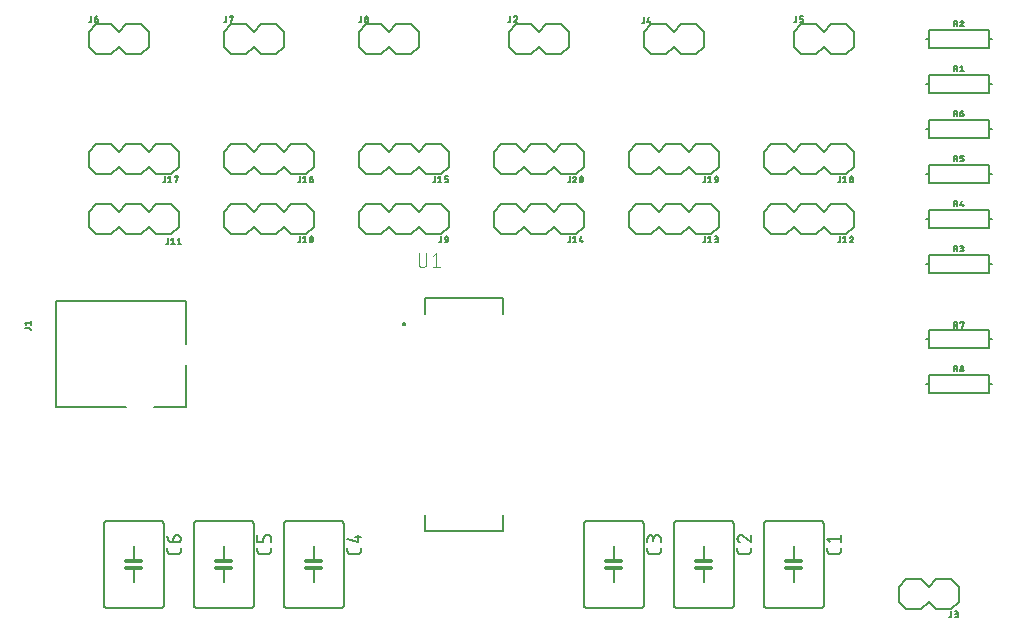
<source format=gbr>
G04 EAGLE Gerber RS-274X export*
G75*
%MOMM*%
%FSLAX34Y34*%
%LPD*%
%INSilkscreen Top*%
%IPPOS*%
%AMOC8*
5,1,8,0,0,1.08239X$1,22.5*%
G01*
%ADD10C,0.304800*%
%ADD11C,0.152400*%
%ADD12C,0.127000*%
%ADD13C,0.203200*%
%ADD14C,0.200000*%
%ADD15C,0.101600*%


D10*
X844550Y599948D02*
X838200Y599948D01*
X831850Y599948D01*
D11*
X838200Y599948D02*
X838200Y612140D01*
D10*
X838200Y593598D02*
X844550Y593598D01*
X838200Y593598D02*
X831850Y593598D01*
D11*
X838200Y593598D02*
X838200Y581660D01*
X861060Y633730D02*
X815340Y633730D01*
X812800Y631190D02*
X812800Y562610D01*
X815340Y560070D02*
X861060Y560070D01*
X863600Y562610D02*
X863600Y631190D01*
X863600Y562610D02*
X863598Y562510D01*
X863592Y562411D01*
X863582Y562311D01*
X863569Y562213D01*
X863551Y562114D01*
X863530Y562017D01*
X863505Y561921D01*
X863476Y561825D01*
X863443Y561731D01*
X863407Y561638D01*
X863367Y561547D01*
X863323Y561457D01*
X863276Y561369D01*
X863226Y561283D01*
X863172Y561199D01*
X863115Y561117D01*
X863055Y561038D01*
X862991Y560960D01*
X862925Y560886D01*
X862856Y560814D01*
X862784Y560745D01*
X862710Y560679D01*
X862632Y560615D01*
X862553Y560555D01*
X862471Y560498D01*
X862387Y560444D01*
X862301Y560394D01*
X862213Y560347D01*
X862123Y560303D01*
X862032Y560263D01*
X861939Y560227D01*
X861845Y560194D01*
X861749Y560165D01*
X861653Y560140D01*
X861556Y560119D01*
X861457Y560101D01*
X861359Y560088D01*
X861259Y560078D01*
X861160Y560072D01*
X861060Y560070D01*
X815340Y560070D02*
X815240Y560072D01*
X815141Y560078D01*
X815041Y560088D01*
X814943Y560101D01*
X814844Y560119D01*
X814747Y560140D01*
X814651Y560165D01*
X814555Y560194D01*
X814461Y560227D01*
X814368Y560263D01*
X814277Y560303D01*
X814187Y560347D01*
X814099Y560394D01*
X814013Y560444D01*
X813929Y560498D01*
X813847Y560555D01*
X813768Y560615D01*
X813690Y560679D01*
X813616Y560745D01*
X813544Y560814D01*
X813475Y560886D01*
X813409Y560960D01*
X813345Y561038D01*
X813285Y561117D01*
X813228Y561199D01*
X813174Y561283D01*
X813124Y561369D01*
X813077Y561457D01*
X813033Y561547D01*
X812993Y561638D01*
X812957Y561731D01*
X812924Y561825D01*
X812895Y561921D01*
X812870Y562017D01*
X812849Y562114D01*
X812831Y562213D01*
X812818Y562311D01*
X812808Y562411D01*
X812802Y562510D01*
X812800Y562610D01*
X812800Y631190D02*
X812802Y631290D01*
X812808Y631389D01*
X812818Y631489D01*
X812831Y631587D01*
X812849Y631686D01*
X812870Y631783D01*
X812895Y631879D01*
X812924Y631975D01*
X812957Y632069D01*
X812993Y632162D01*
X813033Y632253D01*
X813077Y632343D01*
X813124Y632431D01*
X813174Y632517D01*
X813228Y632601D01*
X813285Y632683D01*
X813345Y632762D01*
X813409Y632840D01*
X813475Y632914D01*
X813544Y632986D01*
X813616Y633055D01*
X813690Y633121D01*
X813768Y633185D01*
X813847Y633245D01*
X813929Y633302D01*
X814013Y633356D01*
X814099Y633406D01*
X814187Y633453D01*
X814277Y633497D01*
X814368Y633537D01*
X814461Y633573D01*
X814555Y633606D01*
X814651Y633635D01*
X814747Y633660D01*
X814844Y633681D01*
X814943Y633699D01*
X815041Y633712D01*
X815141Y633722D01*
X815240Y633728D01*
X815340Y633730D01*
X861060Y633730D02*
X861160Y633728D01*
X861259Y633722D01*
X861359Y633712D01*
X861457Y633699D01*
X861556Y633681D01*
X861653Y633660D01*
X861749Y633635D01*
X861845Y633606D01*
X861939Y633573D01*
X862032Y633537D01*
X862123Y633497D01*
X862213Y633453D01*
X862301Y633406D01*
X862387Y633356D01*
X862471Y633302D01*
X862553Y633245D01*
X862632Y633185D01*
X862710Y633121D01*
X862784Y633055D01*
X862856Y632986D01*
X862925Y632914D01*
X862991Y632840D01*
X863055Y632762D01*
X863115Y632683D01*
X863172Y632601D01*
X863226Y632517D01*
X863276Y632431D01*
X863323Y632343D01*
X863367Y632253D01*
X863407Y632162D01*
X863443Y632069D01*
X863476Y631975D01*
X863505Y631879D01*
X863530Y631783D01*
X863551Y631686D01*
X863569Y631587D01*
X863582Y631489D01*
X863592Y631389D01*
X863598Y631290D01*
X863600Y631190D01*
D12*
X878205Y610833D02*
X878205Y608293D01*
X878203Y608193D01*
X878197Y608094D01*
X878187Y607994D01*
X878174Y607896D01*
X878156Y607797D01*
X878135Y607700D01*
X878110Y607604D01*
X878081Y607508D01*
X878048Y607414D01*
X878012Y607321D01*
X877972Y607230D01*
X877928Y607140D01*
X877881Y607052D01*
X877831Y606966D01*
X877777Y606882D01*
X877720Y606800D01*
X877660Y606721D01*
X877596Y606643D01*
X877530Y606569D01*
X877461Y606497D01*
X877389Y606428D01*
X877315Y606362D01*
X877237Y606298D01*
X877158Y606238D01*
X877076Y606181D01*
X876992Y606127D01*
X876906Y606077D01*
X876818Y606030D01*
X876728Y605986D01*
X876637Y605946D01*
X876544Y605910D01*
X876450Y605877D01*
X876354Y605848D01*
X876258Y605823D01*
X876161Y605802D01*
X876062Y605784D01*
X875964Y605771D01*
X875864Y605761D01*
X875765Y605755D01*
X875665Y605753D01*
X869315Y605753D01*
X869215Y605755D01*
X869116Y605761D01*
X869016Y605771D01*
X868918Y605784D01*
X868819Y605802D01*
X868722Y605823D01*
X868626Y605848D01*
X868530Y605877D01*
X868436Y605910D01*
X868343Y605946D01*
X868252Y605986D01*
X868162Y606030D01*
X868074Y606077D01*
X867988Y606127D01*
X867904Y606181D01*
X867822Y606238D01*
X867743Y606298D01*
X867665Y606362D01*
X867591Y606428D01*
X867519Y606497D01*
X867450Y606569D01*
X867384Y606643D01*
X867320Y606721D01*
X867260Y606800D01*
X867203Y606882D01*
X867149Y606966D01*
X867099Y607052D01*
X867052Y607140D01*
X867008Y607230D01*
X866968Y607321D01*
X866932Y607414D01*
X866899Y607508D01*
X866870Y607604D01*
X866845Y607700D01*
X866824Y607797D01*
X866806Y607896D01*
X866793Y607994D01*
X866783Y608094D01*
X866777Y608193D01*
X866775Y608293D01*
X866775Y610833D01*
X869315Y615315D02*
X866775Y618490D01*
X878205Y618490D01*
X878205Y615315D02*
X878205Y621665D01*
D13*
X323800Y729700D02*
X323800Y765700D01*
X272800Y729700D02*
X213800Y729700D01*
X296800Y729700D02*
X323800Y729700D01*
X323800Y819700D02*
X213800Y819700D01*
X323800Y819700D02*
X323800Y783700D01*
X213800Y819700D02*
X213800Y729700D01*
D12*
X191079Y796884D02*
X187325Y796884D01*
X191079Y796884D02*
X191144Y796882D01*
X191208Y796876D01*
X191272Y796866D01*
X191336Y796853D01*
X191398Y796835D01*
X191459Y796814D01*
X191519Y796790D01*
X191577Y796761D01*
X191634Y796729D01*
X191688Y796694D01*
X191740Y796656D01*
X191790Y796614D01*
X191837Y796570D01*
X191881Y796523D01*
X191923Y796473D01*
X191961Y796421D01*
X191996Y796367D01*
X192028Y796310D01*
X192057Y796252D01*
X192081Y796192D01*
X192102Y796131D01*
X192120Y796069D01*
X192133Y796005D01*
X192143Y795941D01*
X192149Y795877D01*
X192151Y795812D01*
X192151Y795275D01*
X188397Y799832D02*
X187325Y801172D01*
X192151Y801172D01*
X192151Y799832D02*
X192151Y802513D01*
D13*
X952500Y972820D02*
X1003300Y972820D01*
X1003300Y965200D01*
X1003300Y957580D01*
X952500Y957580D01*
X952500Y965200D01*
X952500Y972820D01*
X1003300Y965200D02*
X1005840Y965200D01*
X952500Y965200D02*
X949960Y965200D01*
D12*
X973848Y975995D02*
X973848Y980821D01*
X975189Y980821D01*
X975260Y980819D01*
X975332Y980813D01*
X975402Y980804D01*
X975472Y980791D01*
X975542Y980774D01*
X975610Y980753D01*
X975677Y980729D01*
X975743Y980701D01*
X975807Y980670D01*
X975870Y980635D01*
X975930Y980597D01*
X975989Y980556D01*
X976045Y980512D01*
X976099Y980465D01*
X976150Y980416D01*
X976198Y980363D01*
X976244Y980308D01*
X976286Y980251D01*
X976326Y980191D01*
X976362Y980130D01*
X976395Y980066D01*
X976424Y980001D01*
X976450Y979935D01*
X976473Y979867D01*
X976492Y979798D01*
X976507Y979728D01*
X976518Y979658D01*
X976526Y979587D01*
X976530Y979516D01*
X976530Y979444D01*
X976526Y979373D01*
X976518Y979302D01*
X976507Y979232D01*
X976492Y979162D01*
X976473Y979093D01*
X976450Y979025D01*
X976424Y978959D01*
X976395Y978894D01*
X976362Y978830D01*
X976326Y978769D01*
X976286Y978709D01*
X976244Y978652D01*
X976198Y978597D01*
X976150Y978544D01*
X976099Y978495D01*
X976045Y978448D01*
X975989Y978404D01*
X975930Y978363D01*
X975870Y978325D01*
X975807Y978290D01*
X975743Y978259D01*
X975677Y978231D01*
X975610Y978207D01*
X975542Y978186D01*
X975472Y978169D01*
X975402Y978156D01*
X975332Y978147D01*
X975260Y978141D01*
X975189Y978139D01*
X975189Y978140D02*
X973848Y978140D01*
X975457Y978140D02*
X976529Y975995D01*
X979271Y978676D02*
X980879Y978676D01*
X980944Y978674D01*
X981008Y978668D01*
X981072Y978658D01*
X981136Y978645D01*
X981198Y978627D01*
X981259Y978606D01*
X981319Y978582D01*
X981377Y978553D01*
X981434Y978521D01*
X981488Y978486D01*
X981540Y978448D01*
X981590Y978406D01*
X981637Y978362D01*
X981681Y978315D01*
X981723Y978265D01*
X981761Y978213D01*
X981796Y978159D01*
X981828Y978102D01*
X981857Y978044D01*
X981881Y977984D01*
X981902Y977923D01*
X981920Y977861D01*
X981933Y977797D01*
X981943Y977733D01*
X981949Y977669D01*
X981951Y977604D01*
X981952Y977604D02*
X981952Y977336D01*
X981950Y977265D01*
X981944Y977193D01*
X981935Y977123D01*
X981922Y977053D01*
X981905Y976983D01*
X981884Y976915D01*
X981860Y976848D01*
X981832Y976782D01*
X981801Y976718D01*
X981766Y976655D01*
X981728Y976595D01*
X981687Y976536D01*
X981643Y976480D01*
X981596Y976426D01*
X981547Y976375D01*
X981494Y976327D01*
X981439Y976281D01*
X981382Y976239D01*
X981322Y976199D01*
X981261Y976163D01*
X981197Y976130D01*
X981132Y976101D01*
X981066Y976075D01*
X980998Y976052D01*
X980929Y976033D01*
X980859Y976018D01*
X980789Y976007D01*
X980718Y975999D01*
X980647Y975995D01*
X980575Y975995D01*
X980504Y975999D01*
X980433Y976007D01*
X980363Y976018D01*
X980293Y976033D01*
X980224Y976052D01*
X980156Y976075D01*
X980090Y976101D01*
X980025Y976130D01*
X979961Y976163D01*
X979900Y976199D01*
X979840Y976239D01*
X979783Y976281D01*
X979728Y976327D01*
X979675Y976375D01*
X979626Y976426D01*
X979579Y976480D01*
X979535Y976536D01*
X979494Y976595D01*
X979456Y976655D01*
X979421Y976718D01*
X979390Y976782D01*
X979362Y976848D01*
X979338Y976915D01*
X979317Y976983D01*
X979300Y977053D01*
X979287Y977123D01*
X979278Y977193D01*
X979272Y977265D01*
X979270Y977336D01*
X979271Y977336D02*
X979271Y978676D01*
X979273Y978767D01*
X979279Y978858D01*
X979288Y978948D01*
X979302Y979039D01*
X979319Y979128D01*
X979340Y979216D01*
X979365Y979304D01*
X979394Y979391D01*
X979426Y979476D01*
X979461Y979560D01*
X979501Y979642D01*
X979543Y979722D01*
X979589Y979801D01*
X979639Y979877D01*
X979691Y979951D01*
X979747Y980024D01*
X979806Y980093D01*
X979867Y980160D01*
X979932Y980225D01*
X979999Y980286D01*
X980068Y980345D01*
X980140Y980401D01*
X980215Y980453D01*
X980291Y980503D01*
X980370Y980549D01*
X980450Y980591D01*
X980532Y980631D01*
X980616Y980666D01*
X980701Y980698D01*
X980788Y980727D01*
X980875Y980752D01*
X980964Y980773D01*
X981053Y980790D01*
X981144Y980804D01*
X981234Y980813D01*
X981325Y980819D01*
X981416Y980821D01*
D14*
X507250Y800100D02*
X507252Y800163D01*
X507258Y800225D01*
X507268Y800287D01*
X507281Y800349D01*
X507299Y800409D01*
X507320Y800468D01*
X507345Y800526D01*
X507374Y800582D01*
X507406Y800636D01*
X507441Y800688D01*
X507479Y800737D01*
X507521Y800785D01*
X507565Y800829D01*
X507613Y800871D01*
X507662Y800909D01*
X507714Y800944D01*
X507768Y800976D01*
X507824Y801005D01*
X507882Y801030D01*
X507941Y801051D01*
X508001Y801069D01*
X508063Y801082D01*
X508125Y801092D01*
X508187Y801098D01*
X508250Y801100D01*
X508313Y801098D01*
X508375Y801092D01*
X508437Y801082D01*
X508499Y801069D01*
X508559Y801051D01*
X508618Y801030D01*
X508676Y801005D01*
X508732Y800976D01*
X508786Y800944D01*
X508838Y800909D01*
X508887Y800871D01*
X508935Y800829D01*
X508979Y800785D01*
X509021Y800737D01*
X509059Y800688D01*
X509094Y800636D01*
X509126Y800582D01*
X509155Y800526D01*
X509180Y800468D01*
X509201Y800409D01*
X509219Y800349D01*
X509232Y800287D01*
X509242Y800225D01*
X509248Y800163D01*
X509250Y800100D01*
X509248Y800037D01*
X509242Y799975D01*
X509232Y799913D01*
X509219Y799851D01*
X509201Y799791D01*
X509180Y799732D01*
X509155Y799674D01*
X509126Y799618D01*
X509094Y799564D01*
X509059Y799512D01*
X509021Y799463D01*
X508979Y799415D01*
X508935Y799371D01*
X508887Y799329D01*
X508838Y799291D01*
X508786Y799256D01*
X508732Y799224D01*
X508676Y799195D01*
X508618Y799170D01*
X508559Y799149D01*
X508499Y799131D01*
X508437Y799118D01*
X508375Y799108D01*
X508313Y799102D01*
X508250Y799100D01*
X508187Y799102D01*
X508125Y799108D01*
X508063Y799118D01*
X508001Y799131D01*
X507941Y799149D01*
X507882Y799170D01*
X507824Y799195D01*
X507768Y799224D01*
X507714Y799256D01*
X507662Y799291D01*
X507613Y799329D01*
X507565Y799371D01*
X507521Y799415D01*
X507479Y799463D01*
X507441Y799512D01*
X507406Y799564D01*
X507374Y799618D01*
X507345Y799674D01*
X507320Y799732D01*
X507299Y799791D01*
X507281Y799851D01*
X507268Y799913D01*
X507258Y799975D01*
X507252Y800037D01*
X507250Y800100D01*
D12*
X525800Y809150D02*
X525800Y822350D01*
X591800Y822350D01*
X591800Y809150D01*
X591800Y638650D02*
X591800Y625450D01*
X525800Y625450D01*
X525800Y638650D01*
D15*
X520578Y851704D02*
X520578Y860142D01*
X520578Y851704D02*
X520580Y851591D01*
X520586Y851478D01*
X520596Y851365D01*
X520610Y851252D01*
X520627Y851140D01*
X520649Y851029D01*
X520674Y850919D01*
X520704Y850809D01*
X520737Y850701D01*
X520774Y850594D01*
X520814Y850488D01*
X520859Y850384D01*
X520907Y850281D01*
X520958Y850180D01*
X521013Y850081D01*
X521071Y849984D01*
X521133Y849889D01*
X521198Y849796D01*
X521266Y849706D01*
X521337Y849618D01*
X521412Y849532D01*
X521489Y849449D01*
X521569Y849369D01*
X521652Y849292D01*
X521738Y849217D01*
X521826Y849146D01*
X521916Y849078D01*
X522009Y849013D01*
X522104Y848951D01*
X522201Y848893D01*
X522300Y848838D01*
X522401Y848787D01*
X522504Y848739D01*
X522608Y848694D01*
X522714Y848654D01*
X522821Y848617D01*
X522929Y848584D01*
X523039Y848554D01*
X523149Y848529D01*
X523260Y848507D01*
X523372Y848490D01*
X523485Y848476D01*
X523598Y848466D01*
X523711Y848460D01*
X523824Y848458D01*
X523937Y848460D01*
X524050Y848466D01*
X524163Y848476D01*
X524276Y848490D01*
X524388Y848507D01*
X524499Y848529D01*
X524609Y848554D01*
X524719Y848584D01*
X524827Y848617D01*
X524934Y848654D01*
X525040Y848694D01*
X525144Y848739D01*
X525247Y848787D01*
X525348Y848838D01*
X525447Y848893D01*
X525544Y848951D01*
X525639Y849013D01*
X525732Y849078D01*
X525822Y849146D01*
X525910Y849217D01*
X525996Y849292D01*
X526079Y849369D01*
X526159Y849449D01*
X526236Y849532D01*
X526311Y849618D01*
X526382Y849706D01*
X526450Y849796D01*
X526515Y849889D01*
X526577Y849984D01*
X526635Y850081D01*
X526690Y850180D01*
X526741Y850281D01*
X526789Y850384D01*
X526834Y850488D01*
X526874Y850594D01*
X526911Y850701D01*
X526944Y850809D01*
X526974Y850919D01*
X526999Y851029D01*
X527021Y851140D01*
X527038Y851252D01*
X527052Y851365D01*
X527062Y851478D01*
X527068Y851591D01*
X527070Y851704D01*
X527069Y851704D02*
X527069Y860142D01*
X532389Y857546D02*
X535635Y860142D01*
X535635Y848458D01*
X538880Y848458D02*
X532389Y848458D01*
D10*
X762000Y599948D02*
X768350Y599948D01*
X762000Y599948D02*
X755650Y599948D01*
D11*
X762000Y599948D02*
X762000Y612140D01*
D10*
X762000Y593598D02*
X768350Y593598D01*
X762000Y593598D02*
X755650Y593598D01*
D11*
X762000Y593598D02*
X762000Y581660D01*
X784860Y633730D02*
X739140Y633730D01*
X736600Y631190D02*
X736600Y562610D01*
X739140Y560070D02*
X784860Y560070D01*
X787400Y562610D02*
X787400Y631190D01*
X787400Y562610D02*
X787398Y562510D01*
X787392Y562411D01*
X787382Y562311D01*
X787369Y562213D01*
X787351Y562114D01*
X787330Y562017D01*
X787305Y561921D01*
X787276Y561825D01*
X787243Y561731D01*
X787207Y561638D01*
X787167Y561547D01*
X787123Y561457D01*
X787076Y561369D01*
X787026Y561283D01*
X786972Y561199D01*
X786915Y561117D01*
X786855Y561038D01*
X786791Y560960D01*
X786725Y560886D01*
X786656Y560814D01*
X786584Y560745D01*
X786510Y560679D01*
X786432Y560615D01*
X786353Y560555D01*
X786271Y560498D01*
X786187Y560444D01*
X786101Y560394D01*
X786013Y560347D01*
X785923Y560303D01*
X785832Y560263D01*
X785739Y560227D01*
X785645Y560194D01*
X785549Y560165D01*
X785453Y560140D01*
X785356Y560119D01*
X785257Y560101D01*
X785159Y560088D01*
X785059Y560078D01*
X784960Y560072D01*
X784860Y560070D01*
X739140Y560070D02*
X739040Y560072D01*
X738941Y560078D01*
X738841Y560088D01*
X738743Y560101D01*
X738644Y560119D01*
X738547Y560140D01*
X738451Y560165D01*
X738355Y560194D01*
X738261Y560227D01*
X738168Y560263D01*
X738077Y560303D01*
X737987Y560347D01*
X737899Y560394D01*
X737813Y560444D01*
X737729Y560498D01*
X737647Y560555D01*
X737568Y560615D01*
X737490Y560679D01*
X737416Y560745D01*
X737344Y560814D01*
X737275Y560886D01*
X737209Y560960D01*
X737145Y561038D01*
X737085Y561117D01*
X737028Y561199D01*
X736974Y561283D01*
X736924Y561369D01*
X736877Y561457D01*
X736833Y561547D01*
X736793Y561638D01*
X736757Y561731D01*
X736724Y561825D01*
X736695Y561921D01*
X736670Y562017D01*
X736649Y562114D01*
X736631Y562213D01*
X736618Y562311D01*
X736608Y562411D01*
X736602Y562510D01*
X736600Y562610D01*
X736600Y631190D02*
X736602Y631290D01*
X736608Y631389D01*
X736618Y631489D01*
X736631Y631587D01*
X736649Y631686D01*
X736670Y631783D01*
X736695Y631879D01*
X736724Y631975D01*
X736757Y632069D01*
X736793Y632162D01*
X736833Y632253D01*
X736877Y632343D01*
X736924Y632431D01*
X736974Y632517D01*
X737028Y632601D01*
X737085Y632683D01*
X737145Y632762D01*
X737209Y632840D01*
X737275Y632914D01*
X737344Y632986D01*
X737416Y633055D01*
X737490Y633121D01*
X737568Y633185D01*
X737647Y633245D01*
X737729Y633302D01*
X737813Y633356D01*
X737899Y633406D01*
X737987Y633453D01*
X738077Y633497D01*
X738168Y633537D01*
X738261Y633573D01*
X738355Y633606D01*
X738451Y633635D01*
X738547Y633660D01*
X738644Y633681D01*
X738743Y633699D01*
X738841Y633712D01*
X738941Y633722D01*
X739040Y633728D01*
X739140Y633730D01*
X784860Y633730D02*
X784960Y633728D01*
X785059Y633722D01*
X785159Y633712D01*
X785257Y633699D01*
X785356Y633681D01*
X785453Y633660D01*
X785549Y633635D01*
X785645Y633606D01*
X785739Y633573D01*
X785832Y633537D01*
X785923Y633497D01*
X786013Y633453D01*
X786101Y633406D01*
X786187Y633356D01*
X786271Y633302D01*
X786353Y633245D01*
X786432Y633185D01*
X786510Y633121D01*
X786584Y633055D01*
X786656Y632986D01*
X786725Y632914D01*
X786791Y632840D01*
X786855Y632762D01*
X786915Y632683D01*
X786972Y632601D01*
X787026Y632517D01*
X787076Y632431D01*
X787123Y632343D01*
X787167Y632253D01*
X787207Y632162D01*
X787243Y632069D01*
X787276Y631975D01*
X787305Y631879D01*
X787330Y631783D01*
X787351Y631686D01*
X787369Y631587D01*
X787382Y631489D01*
X787392Y631389D01*
X787398Y631290D01*
X787400Y631190D01*
D12*
X802005Y610833D02*
X802005Y608293D01*
X802003Y608193D01*
X801997Y608094D01*
X801987Y607994D01*
X801974Y607896D01*
X801956Y607797D01*
X801935Y607700D01*
X801910Y607604D01*
X801881Y607508D01*
X801848Y607414D01*
X801812Y607321D01*
X801772Y607230D01*
X801728Y607140D01*
X801681Y607052D01*
X801631Y606966D01*
X801577Y606882D01*
X801520Y606800D01*
X801460Y606721D01*
X801396Y606643D01*
X801330Y606569D01*
X801261Y606497D01*
X801189Y606428D01*
X801115Y606362D01*
X801037Y606298D01*
X800958Y606238D01*
X800876Y606181D01*
X800792Y606127D01*
X800706Y606077D01*
X800618Y606030D01*
X800528Y605986D01*
X800437Y605946D01*
X800344Y605910D01*
X800250Y605877D01*
X800154Y605848D01*
X800058Y605823D01*
X799961Y605802D01*
X799862Y605784D01*
X799764Y605771D01*
X799664Y605761D01*
X799565Y605755D01*
X799465Y605753D01*
X793115Y605753D01*
X793015Y605755D01*
X792916Y605761D01*
X792816Y605771D01*
X792718Y605784D01*
X792619Y605802D01*
X792522Y605823D01*
X792426Y605848D01*
X792330Y605877D01*
X792236Y605910D01*
X792143Y605946D01*
X792052Y605986D01*
X791962Y606030D01*
X791874Y606077D01*
X791788Y606127D01*
X791704Y606181D01*
X791622Y606238D01*
X791543Y606298D01*
X791465Y606362D01*
X791391Y606428D01*
X791319Y606497D01*
X791250Y606569D01*
X791184Y606643D01*
X791120Y606721D01*
X791060Y606800D01*
X791003Y606882D01*
X790949Y606966D01*
X790899Y607052D01*
X790852Y607140D01*
X790808Y607230D01*
X790768Y607321D01*
X790732Y607414D01*
X790699Y607508D01*
X790670Y607604D01*
X790645Y607700D01*
X790624Y607797D01*
X790606Y607896D01*
X790593Y607994D01*
X790583Y608094D01*
X790577Y608193D01*
X790575Y608293D01*
X790575Y610833D01*
X790575Y618808D02*
X790577Y618912D01*
X790583Y619017D01*
X790592Y619121D01*
X790605Y619224D01*
X790623Y619327D01*
X790643Y619429D01*
X790668Y619531D01*
X790696Y619631D01*
X790728Y619731D01*
X790764Y619829D01*
X790803Y619926D01*
X790845Y620021D01*
X790891Y620115D01*
X790941Y620207D01*
X790993Y620297D01*
X791049Y620385D01*
X791109Y620471D01*
X791171Y620555D01*
X791236Y620636D01*
X791304Y620715D01*
X791376Y620792D01*
X791449Y620865D01*
X791526Y620937D01*
X791605Y621005D01*
X791686Y621070D01*
X791770Y621132D01*
X791856Y621192D01*
X791944Y621248D01*
X792034Y621300D01*
X792126Y621350D01*
X792220Y621396D01*
X792315Y621438D01*
X792412Y621477D01*
X792510Y621513D01*
X792610Y621545D01*
X792710Y621573D01*
X792812Y621598D01*
X792914Y621618D01*
X793017Y621636D01*
X793120Y621649D01*
X793224Y621658D01*
X793329Y621664D01*
X793433Y621666D01*
X790575Y618808D02*
X790577Y618690D01*
X790583Y618571D01*
X790592Y618453D01*
X790605Y618336D01*
X790623Y618219D01*
X790643Y618102D01*
X790668Y617986D01*
X790696Y617871D01*
X790729Y617758D01*
X790764Y617645D01*
X790804Y617533D01*
X790846Y617423D01*
X790893Y617314D01*
X790943Y617206D01*
X790996Y617101D01*
X791053Y616997D01*
X791113Y616895D01*
X791176Y616795D01*
X791243Y616697D01*
X791312Y616601D01*
X791385Y616508D01*
X791461Y616417D01*
X791539Y616328D01*
X791621Y616242D01*
X791705Y616159D01*
X791791Y616078D01*
X791881Y616001D01*
X791972Y615926D01*
X792066Y615854D01*
X792163Y615785D01*
X792261Y615720D01*
X792362Y615657D01*
X792465Y615598D01*
X792569Y615542D01*
X792675Y615490D01*
X792783Y615441D01*
X792892Y615396D01*
X793003Y615354D01*
X793115Y615316D01*
X795655Y620713D02*
X795580Y620789D01*
X795501Y620864D01*
X795420Y620935D01*
X795336Y621004D01*
X795250Y621069D01*
X795162Y621131D01*
X795072Y621191D01*
X794980Y621247D01*
X794885Y621300D01*
X794789Y621349D01*
X794691Y621395D01*
X794592Y621438D01*
X794491Y621477D01*
X794389Y621512D01*
X794286Y621544D01*
X794182Y621572D01*
X794077Y621597D01*
X793970Y621618D01*
X793864Y621635D01*
X793757Y621648D01*
X793649Y621657D01*
X793541Y621663D01*
X793433Y621665D01*
X795655Y620713D02*
X802005Y615315D01*
X802005Y621665D01*
D10*
X692150Y599948D02*
X685800Y599948D01*
X679450Y599948D01*
D11*
X685800Y599948D02*
X685800Y612140D01*
D10*
X685800Y593598D02*
X692150Y593598D01*
X685800Y593598D02*
X679450Y593598D01*
D11*
X685800Y593598D02*
X685800Y581660D01*
X708660Y633730D02*
X662940Y633730D01*
X660400Y631190D02*
X660400Y562610D01*
X662940Y560070D02*
X708660Y560070D01*
X711200Y562610D02*
X711200Y631190D01*
X711200Y562610D02*
X711198Y562510D01*
X711192Y562411D01*
X711182Y562311D01*
X711169Y562213D01*
X711151Y562114D01*
X711130Y562017D01*
X711105Y561921D01*
X711076Y561825D01*
X711043Y561731D01*
X711007Y561638D01*
X710967Y561547D01*
X710923Y561457D01*
X710876Y561369D01*
X710826Y561283D01*
X710772Y561199D01*
X710715Y561117D01*
X710655Y561038D01*
X710591Y560960D01*
X710525Y560886D01*
X710456Y560814D01*
X710384Y560745D01*
X710310Y560679D01*
X710232Y560615D01*
X710153Y560555D01*
X710071Y560498D01*
X709987Y560444D01*
X709901Y560394D01*
X709813Y560347D01*
X709723Y560303D01*
X709632Y560263D01*
X709539Y560227D01*
X709445Y560194D01*
X709349Y560165D01*
X709253Y560140D01*
X709156Y560119D01*
X709057Y560101D01*
X708959Y560088D01*
X708859Y560078D01*
X708760Y560072D01*
X708660Y560070D01*
X662940Y560070D02*
X662840Y560072D01*
X662741Y560078D01*
X662641Y560088D01*
X662543Y560101D01*
X662444Y560119D01*
X662347Y560140D01*
X662251Y560165D01*
X662155Y560194D01*
X662061Y560227D01*
X661968Y560263D01*
X661877Y560303D01*
X661787Y560347D01*
X661699Y560394D01*
X661613Y560444D01*
X661529Y560498D01*
X661447Y560555D01*
X661368Y560615D01*
X661290Y560679D01*
X661216Y560745D01*
X661144Y560814D01*
X661075Y560886D01*
X661009Y560960D01*
X660945Y561038D01*
X660885Y561117D01*
X660828Y561199D01*
X660774Y561283D01*
X660724Y561369D01*
X660677Y561457D01*
X660633Y561547D01*
X660593Y561638D01*
X660557Y561731D01*
X660524Y561825D01*
X660495Y561921D01*
X660470Y562017D01*
X660449Y562114D01*
X660431Y562213D01*
X660418Y562311D01*
X660408Y562411D01*
X660402Y562510D01*
X660400Y562610D01*
X660400Y631190D02*
X660402Y631290D01*
X660408Y631389D01*
X660418Y631489D01*
X660431Y631587D01*
X660449Y631686D01*
X660470Y631783D01*
X660495Y631879D01*
X660524Y631975D01*
X660557Y632069D01*
X660593Y632162D01*
X660633Y632253D01*
X660677Y632343D01*
X660724Y632431D01*
X660774Y632517D01*
X660828Y632601D01*
X660885Y632683D01*
X660945Y632762D01*
X661009Y632840D01*
X661075Y632914D01*
X661144Y632986D01*
X661216Y633055D01*
X661290Y633121D01*
X661368Y633185D01*
X661447Y633245D01*
X661529Y633302D01*
X661613Y633356D01*
X661699Y633406D01*
X661787Y633453D01*
X661877Y633497D01*
X661968Y633537D01*
X662061Y633573D01*
X662155Y633606D01*
X662251Y633635D01*
X662347Y633660D01*
X662444Y633681D01*
X662543Y633699D01*
X662641Y633712D01*
X662741Y633722D01*
X662840Y633728D01*
X662940Y633730D01*
X708660Y633730D02*
X708760Y633728D01*
X708859Y633722D01*
X708959Y633712D01*
X709057Y633699D01*
X709156Y633681D01*
X709253Y633660D01*
X709349Y633635D01*
X709445Y633606D01*
X709539Y633573D01*
X709632Y633537D01*
X709723Y633497D01*
X709813Y633453D01*
X709901Y633406D01*
X709987Y633356D01*
X710071Y633302D01*
X710153Y633245D01*
X710232Y633185D01*
X710310Y633121D01*
X710384Y633055D01*
X710456Y632986D01*
X710525Y632914D01*
X710591Y632840D01*
X710655Y632762D01*
X710715Y632683D01*
X710772Y632601D01*
X710826Y632517D01*
X710876Y632431D01*
X710923Y632343D01*
X710967Y632253D01*
X711007Y632162D01*
X711043Y632069D01*
X711076Y631975D01*
X711105Y631879D01*
X711130Y631783D01*
X711151Y631686D01*
X711169Y631587D01*
X711182Y631489D01*
X711192Y631389D01*
X711198Y631290D01*
X711200Y631190D01*
D12*
X725805Y610833D02*
X725805Y608293D01*
X725803Y608193D01*
X725797Y608094D01*
X725787Y607994D01*
X725774Y607896D01*
X725756Y607797D01*
X725735Y607700D01*
X725710Y607604D01*
X725681Y607508D01*
X725648Y607414D01*
X725612Y607321D01*
X725572Y607230D01*
X725528Y607140D01*
X725481Y607052D01*
X725431Y606966D01*
X725377Y606882D01*
X725320Y606800D01*
X725260Y606721D01*
X725196Y606643D01*
X725130Y606569D01*
X725061Y606497D01*
X724989Y606428D01*
X724915Y606362D01*
X724837Y606298D01*
X724758Y606238D01*
X724676Y606181D01*
X724592Y606127D01*
X724506Y606077D01*
X724418Y606030D01*
X724328Y605986D01*
X724237Y605946D01*
X724144Y605910D01*
X724050Y605877D01*
X723954Y605848D01*
X723858Y605823D01*
X723761Y605802D01*
X723662Y605784D01*
X723564Y605771D01*
X723464Y605761D01*
X723365Y605755D01*
X723265Y605753D01*
X716915Y605753D01*
X716815Y605755D01*
X716716Y605761D01*
X716616Y605771D01*
X716518Y605784D01*
X716419Y605802D01*
X716322Y605823D01*
X716226Y605848D01*
X716130Y605877D01*
X716036Y605910D01*
X715943Y605946D01*
X715852Y605986D01*
X715762Y606030D01*
X715674Y606077D01*
X715588Y606127D01*
X715504Y606181D01*
X715422Y606238D01*
X715343Y606298D01*
X715265Y606362D01*
X715191Y606428D01*
X715119Y606497D01*
X715050Y606569D01*
X714984Y606643D01*
X714920Y606721D01*
X714860Y606800D01*
X714803Y606882D01*
X714749Y606966D01*
X714699Y607052D01*
X714652Y607140D01*
X714608Y607230D01*
X714568Y607321D01*
X714532Y607414D01*
X714499Y607508D01*
X714470Y607604D01*
X714445Y607700D01*
X714424Y607797D01*
X714406Y607896D01*
X714393Y607994D01*
X714383Y608094D01*
X714377Y608193D01*
X714375Y608293D01*
X714375Y610833D01*
X725805Y615315D02*
X725805Y618490D01*
X725803Y618601D01*
X725797Y618711D01*
X725788Y618822D01*
X725774Y618932D01*
X725757Y619041D01*
X725736Y619150D01*
X725711Y619258D01*
X725682Y619365D01*
X725650Y619471D01*
X725614Y619576D01*
X725574Y619679D01*
X725531Y619781D01*
X725484Y619882D01*
X725433Y619981D01*
X725380Y620078D01*
X725323Y620172D01*
X725262Y620265D01*
X725199Y620356D01*
X725132Y620445D01*
X725062Y620531D01*
X724989Y620614D01*
X724914Y620696D01*
X724836Y620774D01*
X724754Y620849D01*
X724671Y620922D01*
X724585Y620992D01*
X724496Y621059D01*
X724405Y621122D01*
X724312Y621183D01*
X724218Y621240D01*
X724121Y621293D01*
X724022Y621344D01*
X723921Y621391D01*
X723819Y621434D01*
X723716Y621474D01*
X723611Y621510D01*
X723505Y621542D01*
X723398Y621571D01*
X723290Y621596D01*
X723181Y621617D01*
X723072Y621634D01*
X722962Y621648D01*
X722851Y621657D01*
X722741Y621663D01*
X722630Y621665D01*
X722519Y621663D01*
X722409Y621657D01*
X722298Y621648D01*
X722188Y621634D01*
X722079Y621617D01*
X721970Y621596D01*
X721862Y621571D01*
X721755Y621542D01*
X721649Y621510D01*
X721544Y621474D01*
X721441Y621434D01*
X721339Y621391D01*
X721238Y621344D01*
X721139Y621293D01*
X721043Y621240D01*
X720948Y621183D01*
X720855Y621122D01*
X720764Y621059D01*
X720675Y620992D01*
X720589Y620922D01*
X720506Y620849D01*
X720424Y620774D01*
X720346Y620696D01*
X720271Y620614D01*
X720198Y620531D01*
X720128Y620445D01*
X720061Y620356D01*
X719998Y620265D01*
X719937Y620172D01*
X719880Y620078D01*
X719827Y619981D01*
X719776Y619882D01*
X719729Y619781D01*
X719686Y619679D01*
X719646Y619576D01*
X719610Y619471D01*
X719578Y619365D01*
X719549Y619258D01*
X719524Y619150D01*
X719503Y619041D01*
X719486Y618932D01*
X719472Y618822D01*
X719463Y618711D01*
X719457Y618601D01*
X719455Y618490D01*
X714375Y619125D02*
X714375Y615315D01*
X714375Y619125D02*
X714377Y619225D01*
X714383Y619324D01*
X714393Y619424D01*
X714406Y619522D01*
X714424Y619621D01*
X714445Y619718D01*
X714470Y619814D01*
X714499Y619910D01*
X714532Y620004D01*
X714568Y620097D01*
X714608Y620188D01*
X714652Y620278D01*
X714699Y620366D01*
X714749Y620452D01*
X714803Y620536D01*
X714860Y620618D01*
X714920Y620697D01*
X714984Y620775D01*
X715050Y620849D01*
X715119Y620921D01*
X715191Y620990D01*
X715265Y621056D01*
X715343Y621120D01*
X715422Y621180D01*
X715504Y621237D01*
X715588Y621291D01*
X715674Y621341D01*
X715762Y621388D01*
X715852Y621432D01*
X715943Y621472D01*
X716036Y621508D01*
X716130Y621541D01*
X716226Y621570D01*
X716322Y621595D01*
X716419Y621616D01*
X716518Y621634D01*
X716616Y621647D01*
X716716Y621657D01*
X716815Y621663D01*
X716915Y621665D01*
X717015Y621663D01*
X717114Y621657D01*
X717214Y621647D01*
X717312Y621634D01*
X717411Y621616D01*
X717508Y621595D01*
X717604Y621570D01*
X717700Y621541D01*
X717794Y621508D01*
X717887Y621472D01*
X717978Y621432D01*
X718068Y621388D01*
X718156Y621341D01*
X718242Y621291D01*
X718326Y621237D01*
X718408Y621180D01*
X718487Y621120D01*
X718565Y621056D01*
X718639Y620990D01*
X718711Y620921D01*
X718780Y620849D01*
X718846Y620775D01*
X718910Y620697D01*
X718970Y620618D01*
X719027Y620536D01*
X719081Y620452D01*
X719131Y620366D01*
X719178Y620278D01*
X719222Y620188D01*
X719262Y620097D01*
X719298Y620004D01*
X719331Y619910D01*
X719360Y619814D01*
X719385Y619718D01*
X719406Y619621D01*
X719424Y619522D01*
X719437Y619424D01*
X719447Y619324D01*
X719453Y619225D01*
X719455Y619125D01*
X719455Y616585D01*
D10*
X438150Y599948D02*
X431800Y599948D01*
X425450Y599948D01*
D11*
X431800Y599948D02*
X431800Y612140D01*
D10*
X431800Y593598D02*
X438150Y593598D01*
X431800Y593598D02*
X425450Y593598D01*
D11*
X431800Y593598D02*
X431800Y581660D01*
X454660Y633730D02*
X408940Y633730D01*
X406400Y631190D02*
X406400Y562610D01*
X408940Y560070D02*
X454660Y560070D01*
X457200Y562610D02*
X457200Y631190D01*
X457200Y562610D02*
X457198Y562510D01*
X457192Y562411D01*
X457182Y562311D01*
X457169Y562213D01*
X457151Y562114D01*
X457130Y562017D01*
X457105Y561921D01*
X457076Y561825D01*
X457043Y561731D01*
X457007Y561638D01*
X456967Y561547D01*
X456923Y561457D01*
X456876Y561369D01*
X456826Y561283D01*
X456772Y561199D01*
X456715Y561117D01*
X456655Y561038D01*
X456591Y560960D01*
X456525Y560886D01*
X456456Y560814D01*
X456384Y560745D01*
X456310Y560679D01*
X456232Y560615D01*
X456153Y560555D01*
X456071Y560498D01*
X455987Y560444D01*
X455901Y560394D01*
X455813Y560347D01*
X455723Y560303D01*
X455632Y560263D01*
X455539Y560227D01*
X455445Y560194D01*
X455349Y560165D01*
X455253Y560140D01*
X455156Y560119D01*
X455057Y560101D01*
X454959Y560088D01*
X454859Y560078D01*
X454760Y560072D01*
X454660Y560070D01*
X408940Y560070D02*
X408840Y560072D01*
X408741Y560078D01*
X408641Y560088D01*
X408543Y560101D01*
X408444Y560119D01*
X408347Y560140D01*
X408251Y560165D01*
X408155Y560194D01*
X408061Y560227D01*
X407968Y560263D01*
X407877Y560303D01*
X407787Y560347D01*
X407699Y560394D01*
X407613Y560444D01*
X407529Y560498D01*
X407447Y560555D01*
X407368Y560615D01*
X407290Y560679D01*
X407216Y560745D01*
X407144Y560814D01*
X407075Y560886D01*
X407009Y560960D01*
X406945Y561038D01*
X406885Y561117D01*
X406828Y561199D01*
X406774Y561283D01*
X406724Y561369D01*
X406677Y561457D01*
X406633Y561547D01*
X406593Y561638D01*
X406557Y561731D01*
X406524Y561825D01*
X406495Y561921D01*
X406470Y562017D01*
X406449Y562114D01*
X406431Y562213D01*
X406418Y562311D01*
X406408Y562411D01*
X406402Y562510D01*
X406400Y562610D01*
X406400Y631190D02*
X406402Y631290D01*
X406408Y631389D01*
X406418Y631489D01*
X406431Y631587D01*
X406449Y631686D01*
X406470Y631783D01*
X406495Y631879D01*
X406524Y631975D01*
X406557Y632069D01*
X406593Y632162D01*
X406633Y632253D01*
X406677Y632343D01*
X406724Y632431D01*
X406774Y632517D01*
X406828Y632601D01*
X406885Y632683D01*
X406945Y632762D01*
X407009Y632840D01*
X407075Y632914D01*
X407144Y632986D01*
X407216Y633055D01*
X407290Y633121D01*
X407368Y633185D01*
X407447Y633245D01*
X407529Y633302D01*
X407613Y633356D01*
X407699Y633406D01*
X407787Y633453D01*
X407877Y633497D01*
X407968Y633537D01*
X408061Y633573D01*
X408155Y633606D01*
X408251Y633635D01*
X408347Y633660D01*
X408444Y633681D01*
X408543Y633699D01*
X408641Y633712D01*
X408741Y633722D01*
X408840Y633728D01*
X408940Y633730D01*
X454660Y633730D02*
X454760Y633728D01*
X454859Y633722D01*
X454959Y633712D01*
X455057Y633699D01*
X455156Y633681D01*
X455253Y633660D01*
X455349Y633635D01*
X455445Y633606D01*
X455539Y633573D01*
X455632Y633537D01*
X455723Y633497D01*
X455813Y633453D01*
X455901Y633406D01*
X455987Y633356D01*
X456071Y633302D01*
X456153Y633245D01*
X456232Y633185D01*
X456310Y633121D01*
X456384Y633055D01*
X456456Y632986D01*
X456525Y632914D01*
X456591Y632840D01*
X456655Y632762D01*
X456715Y632683D01*
X456772Y632601D01*
X456826Y632517D01*
X456876Y632431D01*
X456923Y632343D01*
X456967Y632253D01*
X457007Y632162D01*
X457043Y632069D01*
X457076Y631975D01*
X457105Y631879D01*
X457130Y631783D01*
X457151Y631686D01*
X457169Y631587D01*
X457182Y631489D01*
X457192Y631389D01*
X457198Y631290D01*
X457200Y631190D01*
D12*
X471805Y610833D02*
X471805Y608293D01*
X471803Y608193D01*
X471797Y608094D01*
X471787Y607994D01*
X471774Y607896D01*
X471756Y607797D01*
X471735Y607700D01*
X471710Y607604D01*
X471681Y607508D01*
X471648Y607414D01*
X471612Y607321D01*
X471572Y607230D01*
X471528Y607140D01*
X471481Y607052D01*
X471431Y606966D01*
X471377Y606882D01*
X471320Y606800D01*
X471260Y606721D01*
X471196Y606643D01*
X471130Y606569D01*
X471061Y606497D01*
X470989Y606428D01*
X470915Y606362D01*
X470837Y606298D01*
X470758Y606238D01*
X470676Y606181D01*
X470592Y606127D01*
X470506Y606077D01*
X470418Y606030D01*
X470328Y605986D01*
X470237Y605946D01*
X470144Y605910D01*
X470050Y605877D01*
X469954Y605848D01*
X469858Y605823D01*
X469761Y605802D01*
X469662Y605784D01*
X469564Y605771D01*
X469464Y605761D01*
X469365Y605755D01*
X469265Y605753D01*
X462915Y605753D01*
X462815Y605755D01*
X462716Y605761D01*
X462616Y605771D01*
X462518Y605784D01*
X462419Y605802D01*
X462322Y605823D01*
X462226Y605848D01*
X462130Y605877D01*
X462036Y605910D01*
X461943Y605946D01*
X461852Y605986D01*
X461762Y606030D01*
X461674Y606077D01*
X461588Y606127D01*
X461504Y606181D01*
X461422Y606238D01*
X461343Y606298D01*
X461265Y606362D01*
X461191Y606428D01*
X461119Y606497D01*
X461050Y606569D01*
X460984Y606643D01*
X460920Y606721D01*
X460860Y606800D01*
X460803Y606882D01*
X460749Y606966D01*
X460699Y607052D01*
X460652Y607140D01*
X460608Y607230D01*
X460568Y607321D01*
X460532Y607414D01*
X460499Y607508D01*
X460470Y607604D01*
X460445Y607700D01*
X460424Y607797D01*
X460406Y607896D01*
X460393Y607994D01*
X460383Y608094D01*
X460377Y608193D01*
X460375Y608293D01*
X460375Y610833D01*
X460375Y617855D02*
X469265Y615315D01*
X469265Y621665D01*
X466725Y619760D02*
X471805Y619760D01*
D10*
X361950Y599948D02*
X355600Y599948D01*
X349250Y599948D01*
D11*
X355600Y599948D02*
X355600Y612140D01*
D10*
X355600Y593598D02*
X361950Y593598D01*
X355600Y593598D02*
X349250Y593598D01*
D11*
X355600Y593598D02*
X355600Y581660D01*
X378460Y633730D02*
X332740Y633730D01*
X330200Y631190D02*
X330200Y562610D01*
X332740Y560070D02*
X378460Y560070D01*
X381000Y562610D02*
X381000Y631190D01*
X381000Y562610D02*
X380998Y562510D01*
X380992Y562411D01*
X380982Y562311D01*
X380969Y562213D01*
X380951Y562114D01*
X380930Y562017D01*
X380905Y561921D01*
X380876Y561825D01*
X380843Y561731D01*
X380807Y561638D01*
X380767Y561547D01*
X380723Y561457D01*
X380676Y561369D01*
X380626Y561283D01*
X380572Y561199D01*
X380515Y561117D01*
X380455Y561038D01*
X380391Y560960D01*
X380325Y560886D01*
X380256Y560814D01*
X380184Y560745D01*
X380110Y560679D01*
X380032Y560615D01*
X379953Y560555D01*
X379871Y560498D01*
X379787Y560444D01*
X379701Y560394D01*
X379613Y560347D01*
X379523Y560303D01*
X379432Y560263D01*
X379339Y560227D01*
X379245Y560194D01*
X379149Y560165D01*
X379053Y560140D01*
X378956Y560119D01*
X378857Y560101D01*
X378759Y560088D01*
X378659Y560078D01*
X378560Y560072D01*
X378460Y560070D01*
X332740Y560070D02*
X332640Y560072D01*
X332541Y560078D01*
X332441Y560088D01*
X332343Y560101D01*
X332244Y560119D01*
X332147Y560140D01*
X332051Y560165D01*
X331955Y560194D01*
X331861Y560227D01*
X331768Y560263D01*
X331677Y560303D01*
X331587Y560347D01*
X331499Y560394D01*
X331413Y560444D01*
X331329Y560498D01*
X331247Y560555D01*
X331168Y560615D01*
X331090Y560679D01*
X331016Y560745D01*
X330944Y560814D01*
X330875Y560886D01*
X330809Y560960D01*
X330745Y561038D01*
X330685Y561117D01*
X330628Y561199D01*
X330574Y561283D01*
X330524Y561369D01*
X330477Y561457D01*
X330433Y561547D01*
X330393Y561638D01*
X330357Y561731D01*
X330324Y561825D01*
X330295Y561921D01*
X330270Y562017D01*
X330249Y562114D01*
X330231Y562213D01*
X330218Y562311D01*
X330208Y562411D01*
X330202Y562510D01*
X330200Y562610D01*
X330200Y631190D02*
X330202Y631290D01*
X330208Y631389D01*
X330218Y631489D01*
X330231Y631587D01*
X330249Y631686D01*
X330270Y631783D01*
X330295Y631879D01*
X330324Y631975D01*
X330357Y632069D01*
X330393Y632162D01*
X330433Y632253D01*
X330477Y632343D01*
X330524Y632431D01*
X330574Y632517D01*
X330628Y632601D01*
X330685Y632683D01*
X330745Y632762D01*
X330809Y632840D01*
X330875Y632914D01*
X330944Y632986D01*
X331016Y633055D01*
X331090Y633121D01*
X331168Y633185D01*
X331247Y633245D01*
X331329Y633302D01*
X331413Y633356D01*
X331499Y633406D01*
X331587Y633453D01*
X331677Y633497D01*
X331768Y633537D01*
X331861Y633573D01*
X331955Y633606D01*
X332051Y633635D01*
X332147Y633660D01*
X332244Y633681D01*
X332343Y633699D01*
X332441Y633712D01*
X332541Y633722D01*
X332640Y633728D01*
X332740Y633730D01*
X378460Y633730D02*
X378560Y633728D01*
X378659Y633722D01*
X378759Y633712D01*
X378857Y633699D01*
X378956Y633681D01*
X379053Y633660D01*
X379149Y633635D01*
X379245Y633606D01*
X379339Y633573D01*
X379432Y633537D01*
X379523Y633497D01*
X379613Y633453D01*
X379701Y633406D01*
X379787Y633356D01*
X379871Y633302D01*
X379953Y633245D01*
X380032Y633185D01*
X380110Y633121D01*
X380184Y633055D01*
X380256Y632986D01*
X380325Y632914D01*
X380391Y632840D01*
X380455Y632762D01*
X380515Y632683D01*
X380572Y632601D01*
X380626Y632517D01*
X380676Y632431D01*
X380723Y632343D01*
X380767Y632253D01*
X380807Y632162D01*
X380843Y632069D01*
X380876Y631975D01*
X380905Y631879D01*
X380930Y631783D01*
X380951Y631686D01*
X380969Y631587D01*
X380982Y631489D01*
X380992Y631389D01*
X380998Y631290D01*
X381000Y631190D01*
D12*
X395605Y610833D02*
X395605Y608293D01*
X395603Y608193D01*
X395597Y608094D01*
X395587Y607994D01*
X395574Y607896D01*
X395556Y607797D01*
X395535Y607700D01*
X395510Y607604D01*
X395481Y607508D01*
X395448Y607414D01*
X395412Y607321D01*
X395372Y607230D01*
X395328Y607140D01*
X395281Y607052D01*
X395231Y606966D01*
X395177Y606882D01*
X395120Y606800D01*
X395060Y606721D01*
X394996Y606643D01*
X394930Y606569D01*
X394861Y606497D01*
X394789Y606428D01*
X394715Y606362D01*
X394637Y606298D01*
X394558Y606238D01*
X394476Y606181D01*
X394392Y606127D01*
X394306Y606077D01*
X394218Y606030D01*
X394128Y605986D01*
X394037Y605946D01*
X393944Y605910D01*
X393850Y605877D01*
X393754Y605848D01*
X393658Y605823D01*
X393561Y605802D01*
X393462Y605784D01*
X393364Y605771D01*
X393264Y605761D01*
X393165Y605755D01*
X393065Y605753D01*
X386715Y605753D01*
X386615Y605755D01*
X386516Y605761D01*
X386416Y605771D01*
X386318Y605784D01*
X386219Y605802D01*
X386122Y605823D01*
X386026Y605848D01*
X385930Y605877D01*
X385836Y605910D01*
X385743Y605946D01*
X385652Y605986D01*
X385562Y606030D01*
X385474Y606077D01*
X385388Y606127D01*
X385304Y606181D01*
X385222Y606238D01*
X385143Y606298D01*
X385065Y606362D01*
X384991Y606428D01*
X384919Y606497D01*
X384850Y606569D01*
X384784Y606643D01*
X384720Y606721D01*
X384660Y606800D01*
X384603Y606882D01*
X384549Y606966D01*
X384499Y607052D01*
X384452Y607140D01*
X384408Y607230D01*
X384368Y607321D01*
X384332Y607414D01*
X384299Y607508D01*
X384270Y607604D01*
X384245Y607700D01*
X384224Y607797D01*
X384206Y607896D01*
X384193Y607994D01*
X384183Y608094D01*
X384177Y608193D01*
X384175Y608293D01*
X384175Y610833D01*
X395605Y615315D02*
X395605Y619125D01*
X395603Y619225D01*
X395597Y619324D01*
X395587Y619424D01*
X395574Y619522D01*
X395556Y619621D01*
X395535Y619718D01*
X395510Y619814D01*
X395481Y619910D01*
X395448Y620004D01*
X395412Y620097D01*
X395372Y620188D01*
X395328Y620278D01*
X395281Y620366D01*
X395231Y620452D01*
X395177Y620536D01*
X395120Y620618D01*
X395060Y620697D01*
X394996Y620775D01*
X394930Y620849D01*
X394861Y620921D01*
X394789Y620990D01*
X394715Y621056D01*
X394637Y621120D01*
X394558Y621180D01*
X394476Y621237D01*
X394392Y621291D01*
X394306Y621341D01*
X394218Y621388D01*
X394128Y621432D01*
X394037Y621472D01*
X393944Y621508D01*
X393850Y621541D01*
X393754Y621570D01*
X393658Y621595D01*
X393561Y621616D01*
X393462Y621634D01*
X393364Y621647D01*
X393264Y621657D01*
X393165Y621663D01*
X393065Y621665D01*
X391795Y621665D01*
X391695Y621663D01*
X391596Y621657D01*
X391496Y621647D01*
X391398Y621634D01*
X391299Y621616D01*
X391202Y621595D01*
X391106Y621570D01*
X391010Y621541D01*
X390916Y621508D01*
X390823Y621472D01*
X390732Y621432D01*
X390642Y621388D01*
X390554Y621341D01*
X390468Y621291D01*
X390384Y621237D01*
X390302Y621180D01*
X390223Y621120D01*
X390145Y621056D01*
X390071Y620990D01*
X389999Y620921D01*
X389930Y620849D01*
X389864Y620775D01*
X389800Y620697D01*
X389740Y620618D01*
X389683Y620536D01*
X389629Y620452D01*
X389579Y620366D01*
X389532Y620278D01*
X389488Y620188D01*
X389448Y620097D01*
X389412Y620004D01*
X389379Y619910D01*
X389350Y619814D01*
X389325Y619718D01*
X389304Y619621D01*
X389286Y619522D01*
X389273Y619424D01*
X389263Y619324D01*
X389257Y619225D01*
X389255Y619125D01*
X389255Y615315D01*
X384175Y615315D01*
X384175Y621665D01*
D10*
X285750Y599948D02*
X279400Y599948D01*
X273050Y599948D01*
D11*
X279400Y599948D02*
X279400Y612140D01*
D10*
X279400Y593598D02*
X285750Y593598D01*
X279400Y593598D02*
X273050Y593598D01*
D11*
X279400Y593598D02*
X279400Y581660D01*
X302260Y633730D02*
X256540Y633730D01*
X254000Y631190D02*
X254000Y562610D01*
X256540Y560070D02*
X302260Y560070D01*
X304800Y562610D02*
X304800Y631190D01*
X304800Y562610D02*
X304798Y562510D01*
X304792Y562411D01*
X304782Y562311D01*
X304769Y562213D01*
X304751Y562114D01*
X304730Y562017D01*
X304705Y561921D01*
X304676Y561825D01*
X304643Y561731D01*
X304607Y561638D01*
X304567Y561547D01*
X304523Y561457D01*
X304476Y561369D01*
X304426Y561283D01*
X304372Y561199D01*
X304315Y561117D01*
X304255Y561038D01*
X304191Y560960D01*
X304125Y560886D01*
X304056Y560814D01*
X303984Y560745D01*
X303910Y560679D01*
X303832Y560615D01*
X303753Y560555D01*
X303671Y560498D01*
X303587Y560444D01*
X303501Y560394D01*
X303413Y560347D01*
X303323Y560303D01*
X303232Y560263D01*
X303139Y560227D01*
X303045Y560194D01*
X302949Y560165D01*
X302853Y560140D01*
X302756Y560119D01*
X302657Y560101D01*
X302559Y560088D01*
X302459Y560078D01*
X302360Y560072D01*
X302260Y560070D01*
X256540Y560070D02*
X256440Y560072D01*
X256341Y560078D01*
X256241Y560088D01*
X256143Y560101D01*
X256044Y560119D01*
X255947Y560140D01*
X255851Y560165D01*
X255755Y560194D01*
X255661Y560227D01*
X255568Y560263D01*
X255477Y560303D01*
X255387Y560347D01*
X255299Y560394D01*
X255213Y560444D01*
X255129Y560498D01*
X255047Y560555D01*
X254968Y560615D01*
X254890Y560679D01*
X254816Y560745D01*
X254744Y560814D01*
X254675Y560886D01*
X254609Y560960D01*
X254545Y561038D01*
X254485Y561117D01*
X254428Y561199D01*
X254374Y561283D01*
X254324Y561369D01*
X254277Y561457D01*
X254233Y561547D01*
X254193Y561638D01*
X254157Y561731D01*
X254124Y561825D01*
X254095Y561921D01*
X254070Y562017D01*
X254049Y562114D01*
X254031Y562213D01*
X254018Y562311D01*
X254008Y562411D01*
X254002Y562510D01*
X254000Y562610D01*
X254000Y631190D02*
X254002Y631290D01*
X254008Y631389D01*
X254018Y631489D01*
X254031Y631587D01*
X254049Y631686D01*
X254070Y631783D01*
X254095Y631879D01*
X254124Y631975D01*
X254157Y632069D01*
X254193Y632162D01*
X254233Y632253D01*
X254277Y632343D01*
X254324Y632431D01*
X254374Y632517D01*
X254428Y632601D01*
X254485Y632683D01*
X254545Y632762D01*
X254609Y632840D01*
X254675Y632914D01*
X254744Y632986D01*
X254816Y633055D01*
X254890Y633121D01*
X254968Y633185D01*
X255047Y633245D01*
X255129Y633302D01*
X255213Y633356D01*
X255299Y633406D01*
X255387Y633453D01*
X255477Y633497D01*
X255568Y633537D01*
X255661Y633573D01*
X255755Y633606D01*
X255851Y633635D01*
X255947Y633660D01*
X256044Y633681D01*
X256143Y633699D01*
X256241Y633712D01*
X256341Y633722D01*
X256440Y633728D01*
X256540Y633730D01*
X302260Y633730D02*
X302360Y633728D01*
X302459Y633722D01*
X302559Y633712D01*
X302657Y633699D01*
X302756Y633681D01*
X302853Y633660D01*
X302949Y633635D01*
X303045Y633606D01*
X303139Y633573D01*
X303232Y633537D01*
X303323Y633497D01*
X303413Y633453D01*
X303501Y633406D01*
X303587Y633356D01*
X303671Y633302D01*
X303753Y633245D01*
X303832Y633185D01*
X303910Y633121D01*
X303984Y633055D01*
X304056Y632986D01*
X304125Y632914D01*
X304191Y632840D01*
X304255Y632762D01*
X304315Y632683D01*
X304372Y632601D01*
X304426Y632517D01*
X304476Y632431D01*
X304523Y632343D01*
X304567Y632253D01*
X304607Y632162D01*
X304643Y632069D01*
X304676Y631975D01*
X304705Y631879D01*
X304730Y631783D01*
X304751Y631686D01*
X304769Y631587D01*
X304782Y631489D01*
X304792Y631389D01*
X304798Y631290D01*
X304800Y631190D01*
D12*
X319405Y610833D02*
X319405Y608293D01*
X319403Y608193D01*
X319397Y608094D01*
X319387Y607994D01*
X319374Y607896D01*
X319356Y607797D01*
X319335Y607700D01*
X319310Y607604D01*
X319281Y607508D01*
X319248Y607414D01*
X319212Y607321D01*
X319172Y607230D01*
X319128Y607140D01*
X319081Y607052D01*
X319031Y606966D01*
X318977Y606882D01*
X318920Y606800D01*
X318860Y606721D01*
X318796Y606643D01*
X318730Y606569D01*
X318661Y606497D01*
X318589Y606428D01*
X318515Y606362D01*
X318437Y606298D01*
X318358Y606238D01*
X318276Y606181D01*
X318192Y606127D01*
X318106Y606077D01*
X318018Y606030D01*
X317928Y605986D01*
X317837Y605946D01*
X317744Y605910D01*
X317650Y605877D01*
X317554Y605848D01*
X317458Y605823D01*
X317361Y605802D01*
X317262Y605784D01*
X317164Y605771D01*
X317064Y605761D01*
X316965Y605755D01*
X316865Y605753D01*
X310515Y605753D01*
X310415Y605755D01*
X310316Y605761D01*
X310216Y605771D01*
X310118Y605784D01*
X310019Y605802D01*
X309922Y605823D01*
X309826Y605848D01*
X309730Y605877D01*
X309636Y605910D01*
X309543Y605946D01*
X309452Y605986D01*
X309362Y606030D01*
X309274Y606077D01*
X309188Y606127D01*
X309104Y606181D01*
X309022Y606238D01*
X308943Y606298D01*
X308865Y606362D01*
X308791Y606428D01*
X308719Y606497D01*
X308650Y606569D01*
X308584Y606643D01*
X308520Y606721D01*
X308460Y606800D01*
X308403Y606882D01*
X308349Y606966D01*
X308299Y607052D01*
X308252Y607140D01*
X308208Y607230D01*
X308168Y607321D01*
X308132Y607414D01*
X308099Y607508D01*
X308070Y607604D01*
X308045Y607700D01*
X308024Y607797D01*
X308006Y607896D01*
X307993Y607994D01*
X307983Y608094D01*
X307977Y608193D01*
X307975Y608293D01*
X307975Y610833D01*
X313055Y615315D02*
X313055Y619125D01*
X313057Y619225D01*
X313063Y619324D01*
X313073Y619424D01*
X313086Y619522D01*
X313104Y619621D01*
X313125Y619718D01*
X313150Y619814D01*
X313179Y619910D01*
X313212Y620004D01*
X313248Y620097D01*
X313288Y620188D01*
X313332Y620278D01*
X313379Y620366D01*
X313429Y620452D01*
X313483Y620536D01*
X313540Y620618D01*
X313600Y620697D01*
X313664Y620775D01*
X313730Y620849D01*
X313799Y620921D01*
X313871Y620990D01*
X313945Y621056D01*
X314023Y621120D01*
X314102Y621180D01*
X314184Y621237D01*
X314268Y621291D01*
X314354Y621341D01*
X314442Y621388D01*
X314532Y621432D01*
X314623Y621472D01*
X314716Y621508D01*
X314810Y621541D01*
X314906Y621570D01*
X315002Y621595D01*
X315099Y621616D01*
X315198Y621634D01*
X315296Y621647D01*
X315396Y621657D01*
X315495Y621663D01*
X315595Y621665D01*
X316230Y621665D01*
X316341Y621663D01*
X316451Y621657D01*
X316562Y621648D01*
X316672Y621634D01*
X316781Y621617D01*
X316890Y621596D01*
X316998Y621571D01*
X317105Y621542D01*
X317211Y621510D01*
X317316Y621474D01*
X317419Y621434D01*
X317521Y621391D01*
X317622Y621344D01*
X317721Y621293D01*
X317818Y621240D01*
X317912Y621183D01*
X318005Y621122D01*
X318096Y621059D01*
X318185Y620992D01*
X318271Y620922D01*
X318354Y620849D01*
X318436Y620774D01*
X318514Y620696D01*
X318589Y620614D01*
X318662Y620531D01*
X318732Y620445D01*
X318799Y620356D01*
X318862Y620265D01*
X318923Y620172D01*
X318980Y620077D01*
X319033Y619981D01*
X319084Y619882D01*
X319131Y619781D01*
X319174Y619679D01*
X319214Y619576D01*
X319250Y619471D01*
X319282Y619365D01*
X319311Y619258D01*
X319336Y619150D01*
X319357Y619041D01*
X319374Y618932D01*
X319388Y618822D01*
X319397Y618711D01*
X319403Y618601D01*
X319405Y618490D01*
X319403Y618379D01*
X319397Y618269D01*
X319388Y618158D01*
X319374Y618048D01*
X319357Y617939D01*
X319336Y617830D01*
X319311Y617722D01*
X319282Y617615D01*
X319250Y617509D01*
X319214Y617404D01*
X319174Y617301D01*
X319131Y617199D01*
X319084Y617098D01*
X319033Y616999D01*
X318980Y616903D01*
X318923Y616808D01*
X318862Y616715D01*
X318799Y616624D01*
X318732Y616535D01*
X318662Y616449D01*
X318589Y616366D01*
X318514Y616284D01*
X318436Y616206D01*
X318354Y616131D01*
X318271Y616058D01*
X318185Y615988D01*
X318096Y615921D01*
X318005Y615858D01*
X317912Y615797D01*
X317818Y615740D01*
X317721Y615687D01*
X317622Y615636D01*
X317521Y615589D01*
X317419Y615546D01*
X317316Y615506D01*
X317211Y615470D01*
X317105Y615438D01*
X316998Y615409D01*
X316890Y615384D01*
X316781Y615363D01*
X316672Y615346D01*
X316562Y615332D01*
X316451Y615323D01*
X316341Y615317D01*
X316230Y615315D01*
X313055Y615315D01*
X312915Y615317D01*
X312775Y615323D01*
X312635Y615332D01*
X312496Y615346D01*
X312357Y615363D01*
X312219Y615384D01*
X312081Y615409D01*
X311944Y615438D01*
X311808Y615470D01*
X311673Y615507D01*
X311539Y615547D01*
X311406Y615590D01*
X311274Y615638D01*
X311143Y615688D01*
X311014Y615743D01*
X310887Y615801D01*
X310761Y615862D01*
X310637Y615927D01*
X310515Y615996D01*
X310395Y616067D01*
X310277Y616142D01*
X310160Y616220D01*
X310046Y616302D01*
X309935Y616386D01*
X309826Y616474D01*
X309719Y616564D01*
X309614Y616658D01*
X309513Y616754D01*
X309414Y616853D01*
X309318Y616954D01*
X309224Y617059D01*
X309134Y617166D01*
X309046Y617275D01*
X308962Y617386D01*
X308880Y617500D01*
X308802Y617617D01*
X308727Y617735D01*
X308656Y617855D01*
X308587Y617977D01*
X308522Y618101D01*
X308461Y618227D01*
X308403Y618354D01*
X308348Y618483D01*
X308298Y618614D01*
X308250Y618746D01*
X308207Y618879D01*
X308167Y619013D01*
X308130Y619148D01*
X308098Y619284D01*
X308069Y619421D01*
X308044Y619559D01*
X308023Y619697D01*
X308006Y619836D01*
X307992Y619975D01*
X307983Y620115D01*
X307977Y620255D01*
X307975Y620395D01*
D13*
X952500Y1010920D02*
X1003300Y1010920D01*
X1003300Y1003300D01*
X1003300Y995680D01*
X952500Y995680D01*
X952500Y1003300D01*
X952500Y1010920D01*
X1003300Y1003300D02*
X1005840Y1003300D01*
X952500Y1003300D02*
X949960Y1003300D01*
D12*
X973848Y1014095D02*
X973848Y1018921D01*
X975189Y1018921D01*
X975260Y1018919D01*
X975332Y1018913D01*
X975402Y1018904D01*
X975472Y1018891D01*
X975542Y1018874D01*
X975610Y1018853D01*
X975677Y1018829D01*
X975743Y1018801D01*
X975807Y1018770D01*
X975870Y1018735D01*
X975930Y1018697D01*
X975989Y1018656D01*
X976045Y1018612D01*
X976099Y1018565D01*
X976150Y1018516D01*
X976198Y1018463D01*
X976244Y1018408D01*
X976286Y1018351D01*
X976326Y1018291D01*
X976362Y1018230D01*
X976395Y1018166D01*
X976424Y1018101D01*
X976450Y1018035D01*
X976473Y1017967D01*
X976492Y1017898D01*
X976507Y1017828D01*
X976518Y1017758D01*
X976526Y1017687D01*
X976530Y1017616D01*
X976530Y1017544D01*
X976526Y1017473D01*
X976518Y1017402D01*
X976507Y1017332D01*
X976492Y1017262D01*
X976473Y1017193D01*
X976450Y1017125D01*
X976424Y1017059D01*
X976395Y1016994D01*
X976362Y1016930D01*
X976326Y1016869D01*
X976286Y1016809D01*
X976244Y1016752D01*
X976198Y1016697D01*
X976150Y1016644D01*
X976099Y1016595D01*
X976045Y1016548D01*
X975989Y1016504D01*
X975930Y1016463D01*
X975870Y1016425D01*
X975807Y1016390D01*
X975743Y1016359D01*
X975677Y1016331D01*
X975610Y1016307D01*
X975542Y1016286D01*
X975472Y1016269D01*
X975402Y1016256D01*
X975332Y1016247D01*
X975260Y1016241D01*
X975189Y1016239D01*
X975189Y1016240D02*
X973848Y1016240D01*
X975457Y1016240D02*
X976529Y1014095D01*
X979271Y1017849D02*
X980611Y1018921D01*
X980611Y1014095D01*
X979271Y1014095D02*
X981952Y1014095D01*
D13*
X1003300Y1049020D02*
X952500Y1049020D01*
X1003300Y1049020D02*
X1003300Y1041400D01*
X1003300Y1033780D01*
X952500Y1033780D01*
X952500Y1041400D01*
X952500Y1049020D01*
X1003300Y1041400D02*
X1005840Y1041400D01*
X952500Y1041400D02*
X949960Y1041400D01*
D12*
X973848Y1052195D02*
X973848Y1057021D01*
X975189Y1057021D01*
X975260Y1057019D01*
X975332Y1057013D01*
X975402Y1057004D01*
X975472Y1056991D01*
X975542Y1056974D01*
X975610Y1056953D01*
X975677Y1056929D01*
X975743Y1056901D01*
X975807Y1056870D01*
X975870Y1056835D01*
X975930Y1056797D01*
X975989Y1056756D01*
X976045Y1056712D01*
X976099Y1056665D01*
X976150Y1056616D01*
X976198Y1056563D01*
X976244Y1056508D01*
X976286Y1056451D01*
X976326Y1056391D01*
X976362Y1056330D01*
X976395Y1056266D01*
X976424Y1056201D01*
X976450Y1056135D01*
X976473Y1056067D01*
X976492Y1055998D01*
X976507Y1055928D01*
X976518Y1055858D01*
X976526Y1055787D01*
X976530Y1055716D01*
X976530Y1055644D01*
X976526Y1055573D01*
X976518Y1055502D01*
X976507Y1055432D01*
X976492Y1055362D01*
X976473Y1055293D01*
X976450Y1055225D01*
X976424Y1055159D01*
X976395Y1055094D01*
X976362Y1055030D01*
X976326Y1054969D01*
X976286Y1054909D01*
X976244Y1054852D01*
X976198Y1054797D01*
X976150Y1054744D01*
X976099Y1054695D01*
X976045Y1054648D01*
X975989Y1054604D01*
X975930Y1054563D01*
X975870Y1054525D01*
X975807Y1054490D01*
X975743Y1054459D01*
X975677Y1054431D01*
X975610Y1054407D01*
X975542Y1054386D01*
X975472Y1054369D01*
X975402Y1054356D01*
X975332Y1054347D01*
X975260Y1054341D01*
X975189Y1054339D01*
X975189Y1054340D02*
X973848Y1054340D01*
X975457Y1054340D02*
X976529Y1052195D01*
X980745Y1057021D02*
X980813Y1057019D01*
X980880Y1057013D01*
X980947Y1057004D01*
X981014Y1056991D01*
X981079Y1056974D01*
X981144Y1056953D01*
X981207Y1056929D01*
X981269Y1056901D01*
X981329Y1056870D01*
X981387Y1056836D01*
X981443Y1056798D01*
X981498Y1056758D01*
X981549Y1056714D01*
X981598Y1056667D01*
X981645Y1056618D01*
X981689Y1056567D01*
X981729Y1056512D01*
X981767Y1056456D01*
X981801Y1056398D01*
X981832Y1056338D01*
X981860Y1056276D01*
X981884Y1056213D01*
X981905Y1056148D01*
X981922Y1056083D01*
X981935Y1056016D01*
X981944Y1055949D01*
X981950Y1055882D01*
X981952Y1055814D01*
X980745Y1057021D02*
X980667Y1057019D01*
X980589Y1057013D01*
X980512Y1057003D01*
X980435Y1056990D01*
X980359Y1056972D01*
X980284Y1056951D01*
X980210Y1056926D01*
X980138Y1056897D01*
X980067Y1056865D01*
X979998Y1056829D01*
X979930Y1056790D01*
X979865Y1056747D01*
X979802Y1056701D01*
X979741Y1056652D01*
X979683Y1056600D01*
X979628Y1056545D01*
X979575Y1056488D01*
X979526Y1056428D01*
X979479Y1056365D01*
X979436Y1056301D01*
X979396Y1056234D01*
X979359Y1056165D01*
X979326Y1056094D01*
X979296Y1056022D01*
X979270Y1055949D01*
X981550Y1054876D02*
X981599Y1054925D01*
X981646Y1054977D01*
X981689Y1055032D01*
X981730Y1055089D01*
X981768Y1055148D01*
X981802Y1055209D01*
X981833Y1055272D01*
X981861Y1055336D01*
X981885Y1055402D01*
X981905Y1055468D01*
X981922Y1055536D01*
X981935Y1055605D01*
X981944Y1055674D01*
X981950Y1055744D01*
X981952Y1055814D01*
X981550Y1054876D02*
X979271Y1052195D01*
X981952Y1052195D01*
D13*
X1003300Y858520D02*
X952500Y858520D01*
X1003300Y858520D02*
X1003300Y850900D01*
X1003300Y843280D01*
X952500Y843280D01*
X952500Y850900D01*
X952500Y858520D01*
X1003300Y850900D02*
X1005840Y850900D01*
X952500Y850900D02*
X949960Y850900D01*
D12*
X973848Y861695D02*
X973848Y866521D01*
X975189Y866521D01*
X975260Y866519D01*
X975332Y866513D01*
X975402Y866504D01*
X975472Y866491D01*
X975542Y866474D01*
X975610Y866453D01*
X975677Y866429D01*
X975743Y866401D01*
X975807Y866370D01*
X975870Y866335D01*
X975930Y866297D01*
X975989Y866256D01*
X976045Y866212D01*
X976099Y866165D01*
X976150Y866116D01*
X976198Y866063D01*
X976244Y866008D01*
X976286Y865951D01*
X976326Y865891D01*
X976362Y865830D01*
X976395Y865766D01*
X976424Y865701D01*
X976450Y865635D01*
X976473Y865567D01*
X976492Y865498D01*
X976507Y865428D01*
X976518Y865358D01*
X976526Y865287D01*
X976530Y865216D01*
X976530Y865144D01*
X976526Y865073D01*
X976518Y865002D01*
X976507Y864932D01*
X976492Y864862D01*
X976473Y864793D01*
X976450Y864725D01*
X976424Y864659D01*
X976395Y864594D01*
X976362Y864530D01*
X976326Y864469D01*
X976286Y864409D01*
X976244Y864352D01*
X976198Y864297D01*
X976150Y864244D01*
X976099Y864195D01*
X976045Y864148D01*
X975989Y864104D01*
X975930Y864063D01*
X975870Y864025D01*
X975807Y863990D01*
X975743Y863959D01*
X975677Y863931D01*
X975610Y863907D01*
X975542Y863886D01*
X975472Y863869D01*
X975402Y863856D01*
X975332Y863847D01*
X975260Y863841D01*
X975189Y863839D01*
X975189Y863840D02*
X973848Y863840D01*
X975457Y863840D02*
X976529Y861695D01*
X979271Y861695D02*
X980611Y861695D01*
X980682Y861697D01*
X980754Y861703D01*
X980824Y861712D01*
X980894Y861725D01*
X980964Y861742D01*
X981032Y861763D01*
X981099Y861787D01*
X981165Y861815D01*
X981229Y861846D01*
X981292Y861881D01*
X981352Y861919D01*
X981411Y861960D01*
X981467Y862004D01*
X981521Y862051D01*
X981572Y862100D01*
X981620Y862153D01*
X981666Y862208D01*
X981708Y862265D01*
X981748Y862325D01*
X981784Y862386D01*
X981817Y862450D01*
X981846Y862515D01*
X981872Y862581D01*
X981895Y862649D01*
X981914Y862718D01*
X981929Y862788D01*
X981940Y862858D01*
X981948Y862929D01*
X981952Y863000D01*
X981952Y863072D01*
X981948Y863143D01*
X981940Y863214D01*
X981929Y863284D01*
X981914Y863354D01*
X981895Y863423D01*
X981872Y863491D01*
X981846Y863557D01*
X981817Y863622D01*
X981784Y863686D01*
X981748Y863747D01*
X981708Y863807D01*
X981666Y863864D01*
X981620Y863919D01*
X981572Y863972D01*
X981521Y864021D01*
X981467Y864068D01*
X981411Y864112D01*
X981352Y864153D01*
X981292Y864191D01*
X981229Y864226D01*
X981165Y864257D01*
X981099Y864285D01*
X981032Y864309D01*
X980964Y864330D01*
X980894Y864347D01*
X980824Y864360D01*
X980754Y864369D01*
X980682Y864375D01*
X980611Y864377D01*
X980879Y866521D02*
X979271Y866521D01*
X980879Y866521D02*
X980944Y866519D01*
X981008Y866513D01*
X981072Y866503D01*
X981136Y866490D01*
X981198Y866472D01*
X981259Y866451D01*
X981319Y866427D01*
X981377Y866398D01*
X981434Y866366D01*
X981488Y866331D01*
X981540Y866293D01*
X981590Y866251D01*
X981637Y866207D01*
X981681Y866160D01*
X981723Y866110D01*
X981761Y866058D01*
X981796Y866004D01*
X981828Y865947D01*
X981857Y865889D01*
X981881Y865829D01*
X981902Y865768D01*
X981920Y865706D01*
X981933Y865642D01*
X981943Y865578D01*
X981949Y865514D01*
X981951Y865449D01*
X981949Y865384D01*
X981943Y865320D01*
X981933Y865256D01*
X981920Y865192D01*
X981902Y865130D01*
X981881Y865069D01*
X981857Y865009D01*
X981828Y864951D01*
X981796Y864894D01*
X981761Y864840D01*
X981723Y864788D01*
X981681Y864738D01*
X981637Y864691D01*
X981590Y864647D01*
X981540Y864605D01*
X981488Y864567D01*
X981434Y864532D01*
X981377Y864500D01*
X981319Y864471D01*
X981259Y864447D01*
X981198Y864426D01*
X981136Y864408D01*
X981072Y864395D01*
X981008Y864385D01*
X980944Y864379D01*
X980879Y864377D01*
X980879Y864376D02*
X979807Y864376D01*
D13*
X1003300Y896620D02*
X952500Y896620D01*
X1003300Y896620D02*
X1003300Y889000D01*
X1003300Y881380D01*
X952500Y881380D01*
X952500Y889000D01*
X952500Y896620D01*
X1003300Y889000D02*
X1005840Y889000D01*
X952500Y889000D02*
X949960Y889000D01*
D12*
X973848Y899795D02*
X973848Y904621D01*
X975189Y904621D01*
X975260Y904619D01*
X975332Y904613D01*
X975402Y904604D01*
X975472Y904591D01*
X975542Y904574D01*
X975610Y904553D01*
X975677Y904529D01*
X975743Y904501D01*
X975807Y904470D01*
X975870Y904435D01*
X975930Y904397D01*
X975989Y904356D01*
X976045Y904312D01*
X976099Y904265D01*
X976150Y904216D01*
X976198Y904163D01*
X976244Y904108D01*
X976286Y904051D01*
X976326Y903991D01*
X976362Y903930D01*
X976395Y903866D01*
X976424Y903801D01*
X976450Y903735D01*
X976473Y903667D01*
X976492Y903598D01*
X976507Y903528D01*
X976518Y903458D01*
X976526Y903387D01*
X976530Y903316D01*
X976530Y903244D01*
X976526Y903173D01*
X976518Y903102D01*
X976507Y903032D01*
X976492Y902962D01*
X976473Y902893D01*
X976450Y902825D01*
X976424Y902759D01*
X976395Y902694D01*
X976362Y902630D01*
X976326Y902569D01*
X976286Y902509D01*
X976244Y902452D01*
X976198Y902397D01*
X976150Y902344D01*
X976099Y902295D01*
X976045Y902248D01*
X975989Y902204D01*
X975930Y902163D01*
X975870Y902125D01*
X975807Y902090D01*
X975743Y902059D01*
X975677Y902031D01*
X975610Y902007D01*
X975542Y901986D01*
X975472Y901969D01*
X975402Y901956D01*
X975332Y901947D01*
X975260Y901941D01*
X975189Y901939D01*
X975189Y901940D02*
X973848Y901940D01*
X975457Y901940D02*
X976529Y899795D01*
X979271Y900867D02*
X980343Y904621D01*
X979271Y900867D02*
X981952Y900867D01*
X981148Y901940D02*
X981148Y899795D01*
D13*
X1003300Y934720D02*
X952500Y934720D01*
X1003300Y934720D02*
X1003300Y927100D01*
X1003300Y919480D01*
X952500Y919480D01*
X952500Y927100D01*
X952500Y934720D01*
X1003300Y927100D02*
X1005840Y927100D01*
X952500Y927100D02*
X949960Y927100D01*
D12*
X973848Y937895D02*
X973848Y942721D01*
X975189Y942721D01*
X975260Y942719D01*
X975332Y942713D01*
X975402Y942704D01*
X975472Y942691D01*
X975542Y942674D01*
X975610Y942653D01*
X975677Y942629D01*
X975743Y942601D01*
X975807Y942570D01*
X975870Y942535D01*
X975930Y942497D01*
X975989Y942456D01*
X976045Y942412D01*
X976099Y942365D01*
X976150Y942316D01*
X976198Y942263D01*
X976244Y942208D01*
X976286Y942151D01*
X976326Y942091D01*
X976362Y942030D01*
X976395Y941966D01*
X976424Y941901D01*
X976450Y941835D01*
X976473Y941767D01*
X976492Y941698D01*
X976507Y941628D01*
X976518Y941558D01*
X976526Y941487D01*
X976530Y941416D01*
X976530Y941344D01*
X976526Y941273D01*
X976518Y941202D01*
X976507Y941132D01*
X976492Y941062D01*
X976473Y940993D01*
X976450Y940925D01*
X976424Y940859D01*
X976395Y940794D01*
X976362Y940730D01*
X976326Y940669D01*
X976286Y940609D01*
X976244Y940552D01*
X976198Y940497D01*
X976150Y940444D01*
X976099Y940395D01*
X976045Y940348D01*
X975989Y940304D01*
X975930Y940263D01*
X975870Y940225D01*
X975807Y940190D01*
X975743Y940159D01*
X975677Y940131D01*
X975610Y940107D01*
X975542Y940086D01*
X975472Y940069D01*
X975402Y940056D01*
X975332Y940047D01*
X975260Y940041D01*
X975189Y940039D01*
X975189Y940040D02*
X973848Y940040D01*
X975457Y940040D02*
X976529Y937895D01*
X979271Y937895D02*
X980879Y937895D01*
X980944Y937897D01*
X981008Y937903D01*
X981072Y937913D01*
X981136Y937926D01*
X981198Y937944D01*
X981259Y937965D01*
X981319Y937989D01*
X981377Y938018D01*
X981434Y938050D01*
X981488Y938085D01*
X981540Y938123D01*
X981590Y938165D01*
X981637Y938209D01*
X981681Y938256D01*
X981723Y938306D01*
X981761Y938358D01*
X981796Y938412D01*
X981828Y938469D01*
X981857Y938527D01*
X981881Y938587D01*
X981902Y938648D01*
X981920Y938710D01*
X981933Y938774D01*
X981943Y938838D01*
X981949Y938902D01*
X981951Y938967D01*
X981952Y938967D02*
X981952Y939504D01*
X981951Y939504D02*
X981949Y939569D01*
X981943Y939633D01*
X981933Y939697D01*
X981920Y939761D01*
X981902Y939823D01*
X981881Y939884D01*
X981857Y939944D01*
X981828Y940002D01*
X981796Y940059D01*
X981761Y940113D01*
X981723Y940165D01*
X981681Y940215D01*
X981637Y940262D01*
X981590Y940306D01*
X981540Y940348D01*
X981488Y940386D01*
X981434Y940421D01*
X981377Y940453D01*
X981319Y940482D01*
X981259Y940506D01*
X981198Y940527D01*
X981136Y940545D01*
X981072Y940558D01*
X981008Y940568D01*
X980944Y940574D01*
X980879Y940576D01*
X979271Y940576D01*
X979271Y942721D01*
X981952Y942721D01*
D13*
X971550Y558800D02*
X958850Y558800D01*
X952500Y565150D01*
X952500Y577850D02*
X958850Y584200D01*
X952500Y565150D02*
X946150Y558800D01*
X933450Y558800D01*
X927100Y565150D01*
X927100Y577850D02*
X933450Y584200D01*
X946150Y584200D01*
X952500Y577850D01*
X977900Y577850D02*
X977900Y565150D01*
X971550Y558800D01*
X977900Y577850D02*
X971550Y584200D01*
X958850Y584200D01*
X927100Y577850D02*
X927100Y565150D01*
D12*
X971636Y556895D02*
X971636Y553141D01*
X971634Y553076D01*
X971628Y553012D01*
X971618Y552948D01*
X971605Y552884D01*
X971587Y552822D01*
X971566Y552761D01*
X971542Y552701D01*
X971513Y552643D01*
X971481Y552586D01*
X971446Y552532D01*
X971408Y552480D01*
X971366Y552430D01*
X971322Y552383D01*
X971275Y552339D01*
X971225Y552297D01*
X971173Y552259D01*
X971119Y552224D01*
X971062Y552192D01*
X971004Y552163D01*
X970944Y552139D01*
X970883Y552118D01*
X970821Y552100D01*
X970757Y552087D01*
X970693Y552077D01*
X970629Y552071D01*
X970564Y552069D01*
X970027Y552069D01*
X974584Y552069D02*
X975924Y552069D01*
X975995Y552071D01*
X976067Y552077D01*
X976137Y552086D01*
X976207Y552099D01*
X976277Y552116D01*
X976345Y552137D01*
X976412Y552161D01*
X976478Y552189D01*
X976542Y552220D01*
X976605Y552255D01*
X976665Y552293D01*
X976724Y552334D01*
X976780Y552378D01*
X976834Y552425D01*
X976885Y552474D01*
X976933Y552527D01*
X976979Y552582D01*
X977021Y552639D01*
X977061Y552699D01*
X977097Y552760D01*
X977130Y552824D01*
X977159Y552889D01*
X977185Y552955D01*
X977208Y553023D01*
X977227Y553092D01*
X977242Y553162D01*
X977253Y553232D01*
X977261Y553303D01*
X977265Y553374D01*
X977265Y553446D01*
X977261Y553517D01*
X977253Y553588D01*
X977242Y553658D01*
X977227Y553728D01*
X977208Y553797D01*
X977185Y553865D01*
X977159Y553931D01*
X977130Y553996D01*
X977097Y554060D01*
X977061Y554121D01*
X977021Y554181D01*
X976979Y554238D01*
X976933Y554293D01*
X976885Y554346D01*
X976834Y554395D01*
X976780Y554442D01*
X976724Y554486D01*
X976665Y554527D01*
X976605Y554565D01*
X976542Y554600D01*
X976478Y554631D01*
X976412Y554659D01*
X976345Y554683D01*
X976277Y554704D01*
X976207Y554721D01*
X976137Y554734D01*
X976067Y554743D01*
X975995Y554749D01*
X975924Y554751D01*
X976193Y556895D02*
X974584Y556895D01*
X976193Y556895D02*
X976258Y556893D01*
X976322Y556887D01*
X976386Y556877D01*
X976450Y556864D01*
X976512Y556846D01*
X976573Y556825D01*
X976633Y556801D01*
X976691Y556772D01*
X976748Y556740D01*
X976802Y556705D01*
X976854Y556667D01*
X976904Y556625D01*
X976951Y556581D01*
X976995Y556534D01*
X977037Y556484D01*
X977075Y556432D01*
X977110Y556378D01*
X977142Y556321D01*
X977171Y556263D01*
X977195Y556203D01*
X977216Y556142D01*
X977234Y556080D01*
X977247Y556016D01*
X977257Y555952D01*
X977263Y555888D01*
X977265Y555823D01*
X977263Y555758D01*
X977257Y555694D01*
X977247Y555630D01*
X977234Y555566D01*
X977216Y555504D01*
X977195Y555443D01*
X977171Y555383D01*
X977142Y555325D01*
X977110Y555268D01*
X977075Y555214D01*
X977037Y555162D01*
X976995Y555112D01*
X976951Y555065D01*
X976904Y555021D01*
X976854Y554979D01*
X976802Y554941D01*
X976748Y554906D01*
X976691Y554874D01*
X976633Y554845D01*
X976573Y554821D01*
X976512Y554800D01*
X976450Y554782D01*
X976386Y554769D01*
X976322Y554759D01*
X976258Y554753D01*
X976193Y554751D01*
X976193Y554750D02*
X975120Y554750D01*
D13*
X641350Y1028700D02*
X628650Y1028700D01*
X622300Y1035050D01*
X622300Y1047750D02*
X628650Y1054100D01*
X622300Y1035050D02*
X615950Y1028700D01*
X603250Y1028700D01*
X596900Y1035050D01*
X596900Y1047750D02*
X603250Y1054100D01*
X615950Y1054100D01*
X622300Y1047750D01*
X647700Y1047750D02*
X647700Y1035050D01*
X641350Y1028700D01*
X647700Y1047750D02*
X641350Y1054100D01*
X628650Y1054100D01*
X596900Y1047750D02*
X596900Y1035050D01*
D12*
X598256Y1057331D02*
X598256Y1061085D01*
X598256Y1057331D02*
X598254Y1057266D01*
X598248Y1057202D01*
X598238Y1057138D01*
X598225Y1057074D01*
X598207Y1057012D01*
X598186Y1056951D01*
X598162Y1056891D01*
X598133Y1056833D01*
X598101Y1056776D01*
X598066Y1056722D01*
X598028Y1056670D01*
X597986Y1056620D01*
X597942Y1056573D01*
X597895Y1056529D01*
X597845Y1056487D01*
X597793Y1056449D01*
X597739Y1056414D01*
X597682Y1056382D01*
X597624Y1056353D01*
X597564Y1056329D01*
X597503Y1056308D01*
X597441Y1056290D01*
X597377Y1056277D01*
X597313Y1056267D01*
X597249Y1056261D01*
X597184Y1056259D01*
X596647Y1056259D01*
X602679Y1061085D02*
X602747Y1061083D01*
X602814Y1061077D01*
X602881Y1061068D01*
X602948Y1061055D01*
X603013Y1061038D01*
X603078Y1061017D01*
X603141Y1060993D01*
X603203Y1060965D01*
X603263Y1060934D01*
X603321Y1060900D01*
X603377Y1060862D01*
X603432Y1060822D01*
X603483Y1060778D01*
X603532Y1060731D01*
X603579Y1060682D01*
X603623Y1060631D01*
X603663Y1060576D01*
X603701Y1060520D01*
X603735Y1060462D01*
X603766Y1060402D01*
X603794Y1060340D01*
X603818Y1060277D01*
X603839Y1060212D01*
X603856Y1060147D01*
X603869Y1060080D01*
X603878Y1060013D01*
X603884Y1059946D01*
X603886Y1059878D01*
X602679Y1061085D02*
X602601Y1061083D01*
X602523Y1061077D01*
X602446Y1061067D01*
X602369Y1061054D01*
X602293Y1061036D01*
X602218Y1061015D01*
X602144Y1060990D01*
X602072Y1060961D01*
X602001Y1060929D01*
X601932Y1060893D01*
X601864Y1060854D01*
X601799Y1060811D01*
X601736Y1060765D01*
X601675Y1060716D01*
X601617Y1060664D01*
X601562Y1060609D01*
X601509Y1060552D01*
X601460Y1060492D01*
X601413Y1060429D01*
X601370Y1060365D01*
X601330Y1060298D01*
X601293Y1060229D01*
X601260Y1060158D01*
X601230Y1060086D01*
X601204Y1060013D01*
X603483Y1058940D02*
X603532Y1058989D01*
X603579Y1059041D01*
X603622Y1059096D01*
X603663Y1059153D01*
X603701Y1059212D01*
X603735Y1059273D01*
X603766Y1059336D01*
X603794Y1059400D01*
X603818Y1059466D01*
X603838Y1059532D01*
X603855Y1059600D01*
X603868Y1059669D01*
X603877Y1059738D01*
X603883Y1059808D01*
X603885Y1059878D01*
X603483Y1058940D02*
X601204Y1056259D01*
X603885Y1056259D01*
D13*
X742950Y1028700D02*
X755650Y1028700D01*
X742950Y1028700D02*
X736600Y1035050D01*
X736600Y1047750D02*
X742950Y1054100D01*
X736600Y1035050D02*
X730250Y1028700D01*
X717550Y1028700D01*
X711200Y1035050D01*
X711200Y1047750D02*
X717550Y1054100D01*
X730250Y1054100D01*
X736600Y1047750D01*
X762000Y1047750D02*
X762000Y1035050D01*
X755650Y1028700D01*
X762000Y1047750D02*
X755650Y1054100D01*
X742950Y1054100D01*
X711200Y1047750D02*
X711200Y1035050D01*
D12*
X711286Y1056061D02*
X711286Y1059815D01*
X711286Y1056061D02*
X711284Y1055996D01*
X711278Y1055932D01*
X711268Y1055868D01*
X711255Y1055804D01*
X711237Y1055742D01*
X711216Y1055681D01*
X711192Y1055621D01*
X711163Y1055563D01*
X711131Y1055506D01*
X711096Y1055452D01*
X711058Y1055400D01*
X711016Y1055350D01*
X710972Y1055303D01*
X710925Y1055259D01*
X710875Y1055217D01*
X710823Y1055179D01*
X710769Y1055144D01*
X710712Y1055112D01*
X710654Y1055083D01*
X710594Y1055059D01*
X710533Y1055038D01*
X710471Y1055020D01*
X710407Y1055007D01*
X710343Y1054997D01*
X710279Y1054991D01*
X710214Y1054989D01*
X709677Y1054989D01*
X714234Y1056061D02*
X715306Y1059815D01*
X714234Y1056061D02*
X716915Y1056061D01*
X716111Y1057134D02*
X716111Y1054989D01*
D13*
X844550Y1054100D02*
X857250Y1054100D01*
X863600Y1047750D01*
X863600Y1035050D02*
X857250Y1028700D01*
X863600Y1047750D02*
X869950Y1054100D01*
X882650Y1054100D01*
X889000Y1047750D01*
X889000Y1035050D02*
X882650Y1028700D01*
X869950Y1028700D01*
X863600Y1035050D01*
X838200Y1035050D02*
X838200Y1047750D01*
X844550Y1054100D01*
X838200Y1035050D02*
X844550Y1028700D01*
X857250Y1028700D01*
X889000Y1035050D02*
X889000Y1047750D01*
D12*
X840444Y1057077D02*
X840444Y1060831D01*
X840443Y1057077D02*
X840441Y1057012D01*
X840435Y1056948D01*
X840425Y1056884D01*
X840412Y1056820D01*
X840394Y1056758D01*
X840373Y1056697D01*
X840349Y1056637D01*
X840320Y1056579D01*
X840288Y1056522D01*
X840253Y1056468D01*
X840215Y1056416D01*
X840173Y1056366D01*
X840129Y1056319D01*
X840082Y1056275D01*
X840032Y1056233D01*
X839980Y1056195D01*
X839926Y1056160D01*
X839869Y1056128D01*
X839811Y1056099D01*
X839751Y1056075D01*
X839690Y1056054D01*
X839628Y1056036D01*
X839564Y1056023D01*
X839500Y1056013D01*
X839436Y1056007D01*
X839371Y1056005D01*
X838835Y1056005D01*
X843392Y1056005D02*
X845000Y1056005D01*
X845065Y1056007D01*
X845129Y1056013D01*
X845193Y1056023D01*
X845257Y1056036D01*
X845319Y1056054D01*
X845380Y1056075D01*
X845440Y1056099D01*
X845498Y1056128D01*
X845555Y1056160D01*
X845609Y1056195D01*
X845661Y1056233D01*
X845711Y1056275D01*
X845758Y1056319D01*
X845802Y1056366D01*
X845844Y1056416D01*
X845882Y1056468D01*
X845917Y1056522D01*
X845949Y1056579D01*
X845978Y1056637D01*
X846002Y1056697D01*
X846023Y1056758D01*
X846041Y1056820D01*
X846054Y1056884D01*
X846064Y1056948D01*
X846070Y1057012D01*
X846072Y1057077D01*
X846073Y1057077D02*
X846073Y1057614D01*
X846072Y1057614D02*
X846070Y1057679D01*
X846064Y1057743D01*
X846054Y1057807D01*
X846041Y1057871D01*
X846023Y1057933D01*
X846002Y1057994D01*
X845978Y1058054D01*
X845949Y1058112D01*
X845917Y1058169D01*
X845882Y1058223D01*
X845844Y1058275D01*
X845802Y1058325D01*
X845758Y1058372D01*
X845711Y1058416D01*
X845661Y1058458D01*
X845609Y1058496D01*
X845555Y1058531D01*
X845498Y1058563D01*
X845440Y1058592D01*
X845380Y1058616D01*
X845319Y1058637D01*
X845257Y1058655D01*
X845193Y1058668D01*
X845129Y1058678D01*
X845065Y1058684D01*
X845000Y1058686D01*
X843392Y1058686D01*
X843392Y1060831D01*
X846073Y1060831D01*
D13*
X260350Y1054100D02*
X247650Y1054100D01*
X260350Y1054100D02*
X266700Y1047750D01*
X266700Y1035050D02*
X260350Y1028700D01*
X266700Y1047750D02*
X273050Y1054100D01*
X285750Y1054100D01*
X292100Y1047750D01*
X292100Y1035050D02*
X285750Y1028700D01*
X273050Y1028700D01*
X266700Y1035050D01*
X241300Y1035050D02*
X241300Y1047750D01*
X247650Y1054100D01*
X241300Y1035050D02*
X247650Y1028700D01*
X260350Y1028700D01*
X292100Y1035050D02*
X292100Y1047750D01*
D12*
X243544Y1057077D02*
X243544Y1060831D01*
X243543Y1057077D02*
X243541Y1057012D01*
X243535Y1056948D01*
X243525Y1056884D01*
X243512Y1056820D01*
X243494Y1056758D01*
X243473Y1056697D01*
X243449Y1056637D01*
X243420Y1056579D01*
X243388Y1056522D01*
X243353Y1056468D01*
X243315Y1056416D01*
X243273Y1056366D01*
X243229Y1056319D01*
X243182Y1056275D01*
X243132Y1056233D01*
X243080Y1056195D01*
X243026Y1056160D01*
X242969Y1056128D01*
X242911Y1056099D01*
X242851Y1056075D01*
X242790Y1056054D01*
X242728Y1056036D01*
X242664Y1056023D01*
X242600Y1056013D01*
X242536Y1056007D01*
X242471Y1056005D01*
X241935Y1056005D01*
X246492Y1058686D02*
X248100Y1058686D01*
X248165Y1058684D01*
X248229Y1058678D01*
X248293Y1058668D01*
X248357Y1058655D01*
X248419Y1058637D01*
X248480Y1058616D01*
X248540Y1058592D01*
X248598Y1058563D01*
X248655Y1058531D01*
X248709Y1058496D01*
X248761Y1058458D01*
X248811Y1058416D01*
X248858Y1058372D01*
X248902Y1058325D01*
X248944Y1058275D01*
X248982Y1058223D01*
X249017Y1058169D01*
X249049Y1058112D01*
X249078Y1058054D01*
X249102Y1057994D01*
X249123Y1057933D01*
X249141Y1057871D01*
X249154Y1057807D01*
X249164Y1057743D01*
X249170Y1057679D01*
X249172Y1057614D01*
X249173Y1057614D02*
X249173Y1057346D01*
X249171Y1057275D01*
X249165Y1057203D01*
X249156Y1057133D01*
X249143Y1057063D01*
X249126Y1056993D01*
X249105Y1056925D01*
X249081Y1056858D01*
X249053Y1056792D01*
X249022Y1056728D01*
X248987Y1056665D01*
X248949Y1056605D01*
X248908Y1056546D01*
X248864Y1056490D01*
X248817Y1056436D01*
X248768Y1056385D01*
X248715Y1056337D01*
X248660Y1056291D01*
X248603Y1056249D01*
X248543Y1056209D01*
X248482Y1056173D01*
X248418Y1056140D01*
X248353Y1056111D01*
X248287Y1056085D01*
X248219Y1056062D01*
X248150Y1056043D01*
X248080Y1056028D01*
X248010Y1056017D01*
X247939Y1056009D01*
X247868Y1056005D01*
X247796Y1056005D01*
X247725Y1056009D01*
X247654Y1056017D01*
X247584Y1056028D01*
X247514Y1056043D01*
X247445Y1056062D01*
X247377Y1056085D01*
X247311Y1056111D01*
X247246Y1056140D01*
X247182Y1056173D01*
X247121Y1056209D01*
X247061Y1056249D01*
X247004Y1056291D01*
X246949Y1056337D01*
X246896Y1056385D01*
X246847Y1056436D01*
X246800Y1056490D01*
X246756Y1056546D01*
X246715Y1056605D01*
X246677Y1056665D01*
X246642Y1056728D01*
X246611Y1056792D01*
X246583Y1056858D01*
X246559Y1056925D01*
X246538Y1056993D01*
X246521Y1057063D01*
X246508Y1057133D01*
X246499Y1057203D01*
X246493Y1057275D01*
X246491Y1057346D01*
X246492Y1057346D02*
X246492Y1058686D01*
X246494Y1058777D01*
X246500Y1058868D01*
X246509Y1058958D01*
X246523Y1059049D01*
X246540Y1059138D01*
X246561Y1059226D01*
X246586Y1059314D01*
X246615Y1059401D01*
X246647Y1059486D01*
X246682Y1059570D01*
X246722Y1059652D01*
X246764Y1059732D01*
X246810Y1059811D01*
X246860Y1059887D01*
X246912Y1059961D01*
X246968Y1060034D01*
X247027Y1060103D01*
X247088Y1060170D01*
X247153Y1060235D01*
X247220Y1060296D01*
X247289Y1060355D01*
X247361Y1060411D01*
X247436Y1060463D01*
X247512Y1060513D01*
X247591Y1060559D01*
X247671Y1060601D01*
X247753Y1060641D01*
X247837Y1060676D01*
X247922Y1060708D01*
X248009Y1060737D01*
X248096Y1060762D01*
X248185Y1060783D01*
X248274Y1060800D01*
X248365Y1060814D01*
X248455Y1060823D01*
X248546Y1060829D01*
X248637Y1060831D01*
D13*
X361950Y1054100D02*
X374650Y1054100D01*
X381000Y1047750D01*
X381000Y1035050D02*
X374650Y1028700D01*
X381000Y1047750D02*
X387350Y1054100D01*
X400050Y1054100D01*
X406400Y1047750D01*
X406400Y1035050D02*
X400050Y1028700D01*
X387350Y1028700D01*
X381000Y1035050D01*
X355600Y1035050D02*
X355600Y1047750D01*
X361950Y1054100D01*
X355600Y1035050D02*
X361950Y1028700D01*
X374650Y1028700D01*
X406400Y1035050D02*
X406400Y1047750D01*
D12*
X357844Y1057077D02*
X357844Y1060831D01*
X357843Y1057077D02*
X357841Y1057012D01*
X357835Y1056948D01*
X357825Y1056884D01*
X357812Y1056820D01*
X357794Y1056758D01*
X357773Y1056697D01*
X357749Y1056637D01*
X357720Y1056579D01*
X357688Y1056522D01*
X357653Y1056468D01*
X357615Y1056416D01*
X357573Y1056366D01*
X357529Y1056319D01*
X357482Y1056275D01*
X357432Y1056233D01*
X357380Y1056195D01*
X357326Y1056160D01*
X357269Y1056128D01*
X357211Y1056099D01*
X357151Y1056075D01*
X357090Y1056054D01*
X357028Y1056036D01*
X356964Y1056023D01*
X356900Y1056013D01*
X356836Y1056007D01*
X356771Y1056005D01*
X356235Y1056005D01*
X360792Y1060295D02*
X360792Y1060831D01*
X363473Y1060831D01*
X362132Y1056005D01*
D13*
X476250Y1054100D02*
X488950Y1054100D01*
X495300Y1047750D01*
X495300Y1035050D02*
X488950Y1028700D01*
X495300Y1047750D02*
X501650Y1054100D01*
X514350Y1054100D01*
X520700Y1047750D01*
X520700Y1035050D02*
X514350Y1028700D01*
X501650Y1028700D01*
X495300Y1035050D01*
X469900Y1035050D02*
X469900Y1047750D01*
X476250Y1054100D01*
X469900Y1035050D02*
X476250Y1028700D01*
X488950Y1028700D01*
X520700Y1035050D02*
X520700Y1047750D01*
D12*
X472144Y1057077D02*
X472144Y1060831D01*
X472143Y1057077D02*
X472141Y1057012D01*
X472135Y1056948D01*
X472125Y1056884D01*
X472112Y1056820D01*
X472094Y1056758D01*
X472073Y1056697D01*
X472049Y1056637D01*
X472020Y1056579D01*
X471988Y1056522D01*
X471953Y1056468D01*
X471915Y1056416D01*
X471873Y1056366D01*
X471829Y1056319D01*
X471782Y1056275D01*
X471732Y1056233D01*
X471680Y1056195D01*
X471626Y1056160D01*
X471569Y1056128D01*
X471511Y1056099D01*
X471451Y1056075D01*
X471390Y1056054D01*
X471328Y1056036D01*
X471264Y1056023D01*
X471200Y1056013D01*
X471136Y1056007D01*
X471071Y1056005D01*
X470535Y1056005D01*
X475091Y1057346D02*
X475093Y1057417D01*
X475099Y1057489D01*
X475108Y1057559D01*
X475121Y1057629D01*
X475138Y1057699D01*
X475159Y1057767D01*
X475183Y1057834D01*
X475211Y1057900D01*
X475242Y1057964D01*
X475277Y1058027D01*
X475315Y1058087D01*
X475356Y1058146D01*
X475400Y1058202D01*
X475447Y1058256D01*
X475496Y1058307D01*
X475549Y1058355D01*
X475604Y1058401D01*
X475661Y1058443D01*
X475721Y1058483D01*
X475782Y1058519D01*
X475846Y1058552D01*
X475911Y1058581D01*
X475977Y1058607D01*
X476045Y1058630D01*
X476114Y1058649D01*
X476184Y1058664D01*
X476254Y1058675D01*
X476325Y1058683D01*
X476396Y1058687D01*
X476468Y1058687D01*
X476539Y1058683D01*
X476610Y1058675D01*
X476680Y1058664D01*
X476750Y1058649D01*
X476819Y1058630D01*
X476887Y1058607D01*
X476953Y1058581D01*
X477018Y1058552D01*
X477082Y1058519D01*
X477143Y1058483D01*
X477203Y1058443D01*
X477260Y1058401D01*
X477315Y1058355D01*
X477368Y1058307D01*
X477417Y1058256D01*
X477464Y1058202D01*
X477508Y1058146D01*
X477549Y1058087D01*
X477587Y1058027D01*
X477622Y1057964D01*
X477653Y1057900D01*
X477681Y1057834D01*
X477705Y1057767D01*
X477726Y1057699D01*
X477743Y1057629D01*
X477756Y1057559D01*
X477765Y1057489D01*
X477771Y1057417D01*
X477773Y1057346D01*
X477771Y1057275D01*
X477765Y1057203D01*
X477756Y1057133D01*
X477743Y1057063D01*
X477726Y1056993D01*
X477705Y1056925D01*
X477681Y1056858D01*
X477653Y1056792D01*
X477622Y1056728D01*
X477587Y1056665D01*
X477549Y1056605D01*
X477508Y1056546D01*
X477464Y1056490D01*
X477417Y1056436D01*
X477368Y1056385D01*
X477315Y1056337D01*
X477260Y1056291D01*
X477203Y1056249D01*
X477143Y1056209D01*
X477082Y1056173D01*
X477018Y1056140D01*
X476953Y1056111D01*
X476887Y1056085D01*
X476819Y1056062D01*
X476750Y1056043D01*
X476680Y1056028D01*
X476610Y1056017D01*
X476539Y1056009D01*
X476468Y1056005D01*
X476396Y1056005D01*
X476325Y1056009D01*
X476254Y1056017D01*
X476184Y1056028D01*
X476114Y1056043D01*
X476045Y1056062D01*
X475977Y1056085D01*
X475911Y1056111D01*
X475846Y1056140D01*
X475782Y1056173D01*
X475721Y1056209D01*
X475661Y1056249D01*
X475604Y1056291D01*
X475549Y1056337D01*
X475496Y1056385D01*
X475447Y1056436D01*
X475400Y1056490D01*
X475356Y1056546D01*
X475315Y1056605D01*
X475277Y1056665D01*
X475242Y1056728D01*
X475211Y1056792D01*
X475183Y1056858D01*
X475159Y1056925D01*
X475138Y1056993D01*
X475121Y1057063D01*
X475108Y1057133D01*
X475099Y1057203D01*
X475093Y1057275D01*
X475091Y1057346D01*
X475360Y1059759D02*
X475362Y1059824D01*
X475368Y1059888D01*
X475378Y1059952D01*
X475391Y1060016D01*
X475409Y1060078D01*
X475430Y1060139D01*
X475454Y1060199D01*
X475483Y1060257D01*
X475515Y1060314D01*
X475550Y1060368D01*
X475588Y1060420D01*
X475630Y1060470D01*
X475674Y1060517D01*
X475721Y1060561D01*
X475771Y1060603D01*
X475823Y1060641D01*
X475877Y1060676D01*
X475934Y1060708D01*
X475992Y1060737D01*
X476052Y1060761D01*
X476113Y1060782D01*
X476175Y1060800D01*
X476239Y1060813D01*
X476303Y1060823D01*
X476367Y1060829D01*
X476432Y1060831D01*
X476497Y1060829D01*
X476561Y1060823D01*
X476625Y1060813D01*
X476689Y1060800D01*
X476751Y1060782D01*
X476812Y1060761D01*
X476872Y1060737D01*
X476930Y1060708D01*
X476987Y1060676D01*
X477041Y1060641D01*
X477093Y1060603D01*
X477143Y1060561D01*
X477190Y1060517D01*
X477234Y1060470D01*
X477276Y1060420D01*
X477314Y1060368D01*
X477349Y1060314D01*
X477381Y1060257D01*
X477410Y1060199D01*
X477434Y1060139D01*
X477455Y1060078D01*
X477473Y1060016D01*
X477486Y1059952D01*
X477496Y1059888D01*
X477502Y1059824D01*
X477504Y1059759D01*
X477502Y1059694D01*
X477496Y1059630D01*
X477486Y1059566D01*
X477473Y1059502D01*
X477455Y1059440D01*
X477434Y1059379D01*
X477410Y1059319D01*
X477381Y1059261D01*
X477349Y1059204D01*
X477314Y1059150D01*
X477276Y1059098D01*
X477234Y1059048D01*
X477190Y1059001D01*
X477143Y1058957D01*
X477093Y1058915D01*
X477041Y1058877D01*
X476987Y1058842D01*
X476930Y1058810D01*
X476872Y1058781D01*
X476812Y1058757D01*
X476751Y1058736D01*
X476689Y1058718D01*
X476625Y1058705D01*
X476561Y1058695D01*
X476497Y1058689D01*
X476432Y1058687D01*
X476367Y1058689D01*
X476303Y1058695D01*
X476239Y1058705D01*
X476175Y1058718D01*
X476113Y1058736D01*
X476052Y1058757D01*
X475992Y1058781D01*
X475934Y1058810D01*
X475877Y1058842D01*
X475823Y1058877D01*
X475771Y1058915D01*
X475721Y1058957D01*
X475674Y1059001D01*
X475630Y1059048D01*
X475588Y1059098D01*
X475550Y1059150D01*
X475515Y1059204D01*
X475483Y1059261D01*
X475454Y1059319D01*
X475430Y1059379D01*
X475409Y1059440D01*
X475391Y1059502D01*
X475378Y1059566D01*
X475368Y1059630D01*
X475362Y1059694D01*
X475360Y1059759D01*
D13*
X495300Y882650D02*
X488950Y876300D01*
X476250Y876300D01*
X469900Y882650D01*
X469900Y895350D02*
X476250Y901700D01*
X488950Y901700D01*
X495300Y895350D01*
X527050Y876300D02*
X539750Y876300D01*
X527050Y876300D02*
X520700Y882650D01*
X520700Y895350D02*
X527050Y901700D01*
X520700Y882650D02*
X514350Y876300D01*
X501650Y876300D01*
X495300Y882650D01*
X495300Y895350D02*
X501650Y901700D01*
X514350Y901700D01*
X520700Y895350D01*
X546100Y895350D02*
X546100Y882650D01*
X539750Y876300D01*
X546100Y895350D02*
X539750Y901700D01*
X527050Y901700D01*
X469900Y895350D02*
X469900Y882650D01*
D12*
X539836Y874395D02*
X539836Y870641D01*
X539834Y870576D01*
X539828Y870512D01*
X539818Y870448D01*
X539805Y870384D01*
X539787Y870322D01*
X539766Y870261D01*
X539742Y870201D01*
X539713Y870143D01*
X539681Y870086D01*
X539646Y870032D01*
X539608Y869980D01*
X539566Y869930D01*
X539522Y869883D01*
X539475Y869839D01*
X539425Y869797D01*
X539373Y869759D01*
X539319Y869724D01*
X539262Y869692D01*
X539204Y869663D01*
X539144Y869639D01*
X539083Y869618D01*
X539021Y869600D01*
X538957Y869587D01*
X538893Y869577D01*
X538829Y869571D01*
X538764Y869569D01*
X538227Y869569D01*
X543856Y871714D02*
X545465Y871714D01*
X543856Y871714D02*
X543791Y871716D01*
X543727Y871722D01*
X543663Y871732D01*
X543599Y871745D01*
X543537Y871763D01*
X543476Y871784D01*
X543416Y871808D01*
X543358Y871837D01*
X543301Y871869D01*
X543247Y871904D01*
X543195Y871942D01*
X543145Y871984D01*
X543098Y872028D01*
X543054Y872075D01*
X543012Y872125D01*
X542974Y872177D01*
X542939Y872231D01*
X542907Y872288D01*
X542878Y872346D01*
X542854Y872406D01*
X542833Y872467D01*
X542815Y872529D01*
X542802Y872593D01*
X542792Y872657D01*
X542786Y872721D01*
X542784Y872786D01*
X542784Y873054D01*
X542783Y873054D02*
X542785Y873125D01*
X542791Y873197D01*
X542800Y873267D01*
X542813Y873337D01*
X542830Y873407D01*
X542851Y873475D01*
X542875Y873542D01*
X542903Y873608D01*
X542934Y873672D01*
X542969Y873735D01*
X543007Y873795D01*
X543048Y873854D01*
X543092Y873910D01*
X543139Y873964D01*
X543188Y874015D01*
X543241Y874063D01*
X543296Y874109D01*
X543353Y874151D01*
X543413Y874191D01*
X543474Y874227D01*
X543538Y874260D01*
X543603Y874289D01*
X543669Y874315D01*
X543737Y874338D01*
X543806Y874357D01*
X543876Y874372D01*
X543946Y874383D01*
X544017Y874391D01*
X544088Y874395D01*
X544160Y874395D01*
X544231Y874391D01*
X544302Y874383D01*
X544372Y874372D01*
X544442Y874357D01*
X544511Y874338D01*
X544579Y874315D01*
X544645Y874289D01*
X544710Y874260D01*
X544774Y874227D01*
X544835Y874191D01*
X544895Y874151D01*
X544952Y874109D01*
X545007Y874063D01*
X545060Y874015D01*
X545109Y873964D01*
X545156Y873910D01*
X545200Y873854D01*
X545241Y873795D01*
X545279Y873735D01*
X545314Y873672D01*
X545345Y873608D01*
X545373Y873542D01*
X545397Y873475D01*
X545418Y873407D01*
X545435Y873337D01*
X545448Y873267D01*
X545457Y873197D01*
X545463Y873125D01*
X545465Y873054D01*
X545465Y871714D01*
X545463Y871623D01*
X545457Y871532D01*
X545448Y871442D01*
X545434Y871351D01*
X545417Y871262D01*
X545396Y871174D01*
X545371Y871086D01*
X545342Y870999D01*
X545310Y870914D01*
X545275Y870830D01*
X545235Y870748D01*
X545193Y870668D01*
X545147Y870589D01*
X545097Y870513D01*
X545045Y870439D01*
X544989Y870366D01*
X544930Y870297D01*
X544869Y870230D01*
X544804Y870165D01*
X544737Y870104D01*
X544668Y870045D01*
X544595Y869989D01*
X544521Y869937D01*
X544445Y869887D01*
X544366Y869841D01*
X544286Y869799D01*
X544204Y869759D01*
X544120Y869724D01*
X544035Y869692D01*
X543948Y869663D01*
X543860Y869638D01*
X543772Y869617D01*
X543683Y869600D01*
X543592Y869586D01*
X543502Y869577D01*
X543411Y869571D01*
X543320Y869569D01*
D13*
X381000Y882650D02*
X374650Y876300D01*
X361950Y876300D01*
X355600Y882650D01*
X355600Y895350D02*
X361950Y901700D01*
X374650Y901700D01*
X381000Y895350D01*
X412750Y876300D02*
X425450Y876300D01*
X412750Y876300D02*
X406400Y882650D01*
X406400Y895350D02*
X412750Y901700D01*
X406400Y882650D02*
X400050Y876300D01*
X387350Y876300D01*
X381000Y882650D01*
X381000Y895350D02*
X387350Y901700D01*
X400050Y901700D01*
X406400Y895350D01*
X431800Y895350D02*
X431800Y882650D01*
X425450Y876300D01*
X431800Y895350D02*
X425450Y901700D01*
X412750Y901700D01*
X355600Y895350D02*
X355600Y882650D01*
D12*
X420050Y874395D02*
X420050Y870641D01*
X420049Y870641D02*
X420047Y870576D01*
X420041Y870512D01*
X420031Y870448D01*
X420018Y870384D01*
X420000Y870322D01*
X419979Y870261D01*
X419955Y870201D01*
X419926Y870143D01*
X419894Y870086D01*
X419859Y870032D01*
X419821Y869980D01*
X419779Y869930D01*
X419735Y869883D01*
X419688Y869839D01*
X419638Y869797D01*
X419586Y869759D01*
X419532Y869724D01*
X419475Y869692D01*
X419417Y869663D01*
X419357Y869639D01*
X419296Y869618D01*
X419234Y869600D01*
X419170Y869587D01*
X419106Y869577D01*
X419042Y869571D01*
X418977Y869569D01*
X418441Y869569D01*
X422998Y873323D02*
X424338Y874395D01*
X424338Y869569D01*
X422998Y869569D02*
X425679Y869569D01*
X428484Y871982D02*
X428486Y872102D01*
X428491Y872222D01*
X428500Y872342D01*
X428513Y872462D01*
X428529Y872581D01*
X428549Y872700D01*
X428573Y872818D01*
X428600Y872935D01*
X428630Y873051D01*
X428664Y873166D01*
X428702Y873281D01*
X428743Y873394D01*
X428787Y873505D01*
X428835Y873616D01*
X428886Y873725D01*
X428907Y873782D01*
X428933Y873838D01*
X428961Y873893D01*
X428993Y873945D01*
X429029Y873996D01*
X429067Y874044D01*
X429108Y874090D01*
X429152Y874133D01*
X429198Y874173D01*
X429247Y874210D01*
X429299Y874244D01*
X429352Y874275D01*
X429407Y874303D01*
X429463Y874327D01*
X429521Y874348D01*
X429580Y874365D01*
X429640Y874378D01*
X429701Y874387D01*
X429763Y874393D01*
X429824Y874395D01*
X429885Y874393D01*
X429947Y874387D01*
X430008Y874378D01*
X430068Y874365D01*
X430127Y874348D01*
X430185Y874327D01*
X430241Y874303D01*
X430296Y874275D01*
X430349Y874244D01*
X430401Y874210D01*
X430450Y874173D01*
X430496Y874133D01*
X430540Y874090D01*
X430581Y874044D01*
X430619Y873996D01*
X430655Y873945D01*
X430687Y873893D01*
X430715Y873838D01*
X430741Y873782D01*
X430762Y873725D01*
X430763Y873725D02*
X430814Y873616D01*
X430862Y873505D01*
X430906Y873394D01*
X430947Y873281D01*
X430985Y873166D01*
X431019Y873051D01*
X431049Y872935D01*
X431076Y872818D01*
X431100Y872700D01*
X431120Y872581D01*
X431136Y872462D01*
X431149Y872342D01*
X431158Y872222D01*
X431163Y872102D01*
X431165Y871982D01*
X428484Y871982D02*
X428486Y871862D01*
X428491Y871742D01*
X428500Y871622D01*
X428513Y871502D01*
X428529Y871383D01*
X428549Y871264D01*
X428573Y871146D01*
X428600Y871029D01*
X428630Y870913D01*
X428664Y870798D01*
X428702Y870683D01*
X428743Y870570D01*
X428787Y870459D01*
X428835Y870348D01*
X428886Y870239D01*
X428907Y870182D01*
X428933Y870126D01*
X428961Y870071D01*
X428993Y870019D01*
X429029Y869968D01*
X429067Y869920D01*
X429108Y869874D01*
X429152Y869831D01*
X429198Y869791D01*
X429247Y869754D01*
X429299Y869720D01*
X429352Y869689D01*
X429407Y869661D01*
X429463Y869637D01*
X429521Y869616D01*
X429580Y869599D01*
X429640Y869586D01*
X429701Y869577D01*
X429763Y869571D01*
X429824Y869569D01*
X430763Y870239D02*
X430814Y870348D01*
X430862Y870459D01*
X430906Y870570D01*
X430947Y870683D01*
X430985Y870798D01*
X431019Y870913D01*
X431049Y871029D01*
X431076Y871146D01*
X431100Y871264D01*
X431120Y871383D01*
X431136Y871502D01*
X431149Y871622D01*
X431158Y871742D01*
X431163Y871862D01*
X431165Y871982D01*
X430762Y870239D02*
X430741Y870182D01*
X430715Y870126D01*
X430687Y870071D01*
X430655Y870019D01*
X430619Y869968D01*
X430581Y869920D01*
X430540Y869874D01*
X430496Y869831D01*
X430449Y869791D01*
X430401Y869754D01*
X430349Y869720D01*
X430296Y869689D01*
X430241Y869661D01*
X430185Y869637D01*
X430127Y869616D01*
X430068Y869599D01*
X430008Y869586D01*
X429947Y869577D01*
X429885Y869571D01*
X429824Y869569D01*
X428752Y870641D02*
X430897Y873323D01*
D13*
X266700Y882650D02*
X260350Y876300D01*
X247650Y876300D01*
X241300Y882650D01*
X241300Y895350D02*
X247650Y901700D01*
X260350Y901700D01*
X266700Y895350D01*
X298450Y876300D02*
X311150Y876300D01*
X298450Y876300D02*
X292100Y882650D01*
X292100Y895350D02*
X298450Y901700D01*
X292100Y882650D02*
X285750Y876300D01*
X273050Y876300D01*
X266700Y882650D01*
X266700Y895350D02*
X273050Y901700D01*
X285750Y901700D01*
X292100Y895350D01*
X317500Y895350D02*
X317500Y882650D01*
X311150Y876300D01*
X317500Y895350D02*
X311150Y901700D01*
X298450Y901700D01*
X241300Y895350D02*
X241300Y882650D01*
D12*
X308314Y872871D02*
X308314Y869117D01*
X308313Y869117D02*
X308311Y869052D01*
X308305Y868988D01*
X308295Y868924D01*
X308282Y868860D01*
X308264Y868798D01*
X308243Y868737D01*
X308219Y868677D01*
X308190Y868619D01*
X308158Y868562D01*
X308123Y868508D01*
X308085Y868456D01*
X308043Y868406D01*
X307999Y868359D01*
X307952Y868315D01*
X307902Y868273D01*
X307850Y868235D01*
X307796Y868200D01*
X307739Y868168D01*
X307681Y868139D01*
X307621Y868115D01*
X307560Y868094D01*
X307498Y868076D01*
X307434Y868063D01*
X307370Y868053D01*
X307306Y868047D01*
X307241Y868045D01*
X306705Y868045D01*
X311262Y871799D02*
X312602Y872871D01*
X312602Y868045D01*
X311262Y868045D02*
X313943Y868045D01*
X316748Y871799D02*
X318088Y872871D01*
X318088Y868045D01*
X316748Y868045D02*
X319429Y868045D01*
D13*
X831850Y876300D02*
X838200Y882650D01*
X831850Y876300D02*
X819150Y876300D01*
X812800Y882650D01*
X812800Y895350D02*
X819150Y901700D01*
X831850Y901700D01*
X838200Y895350D01*
X869950Y876300D02*
X882650Y876300D01*
X869950Y876300D02*
X863600Y882650D01*
X863600Y895350D02*
X869950Y901700D01*
X863600Y882650D02*
X857250Y876300D01*
X844550Y876300D01*
X838200Y882650D01*
X838200Y895350D02*
X844550Y901700D01*
X857250Y901700D01*
X863600Y895350D01*
X889000Y895350D02*
X889000Y882650D01*
X882650Y876300D01*
X889000Y895350D02*
X882650Y901700D01*
X869950Y901700D01*
X812800Y895350D02*
X812800Y882650D01*
D12*
X877250Y874395D02*
X877250Y870641D01*
X877249Y870641D02*
X877247Y870576D01*
X877241Y870512D01*
X877231Y870448D01*
X877218Y870384D01*
X877200Y870322D01*
X877179Y870261D01*
X877155Y870201D01*
X877126Y870143D01*
X877094Y870086D01*
X877059Y870032D01*
X877021Y869980D01*
X876979Y869930D01*
X876935Y869883D01*
X876888Y869839D01*
X876838Y869797D01*
X876786Y869759D01*
X876732Y869724D01*
X876675Y869692D01*
X876617Y869663D01*
X876557Y869639D01*
X876496Y869618D01*
X876434Y869600D01*
X876370Y869587D01*
X876306Y869577D01*
X876242Y869571D01*
X876177Y869569D01*
X875641Y869569D01*
X880198Y873323D02*
X881538Y874395D01*
X881538Y869569D01*
X880198Y869569D02*
X882879Y869569D01*
X887159Y874395D02*
X887227Y874393D01*
X887294Y874387D01*
X887361Y874378D01*
X887428Y874365D01*
X887493Y874348D01*
X887558Y874327D01*
X887621Y874303D01*
X887683Y874275D01*
X887743Y874244D01*
X887801Y874210D01*
X887857Y874172D01*
X887912Y874132D01*
X887963Y874088D01*
X888012Y874041D01*
X888059Y873992D01*
X888103Y873941D01*
X888143Y873886D01*
X888181Y873830D01*
X888215Y873772D01*
X888246Y873712D01*
X888274Y873650D01*
X888298Y873587D01*
X888319Y873522D01*
X888336Y873457D01*
X888349Y873390D01*
X888358Y873323D01*
X888364Y873256D01*
X888366Y873188D01*
X887159Y874395D02*
X887081Y874393D01*
X887003Y874387D01*
X886926Y874377D01*
X886849Y874364D01*
X886773Y874346D01*
X886698Y874325D01*
X886624Y874300D01*
X886552Y874271D01*
X886481Y874239D01*
X886412Y874203D01*
X886344Y874164D01*
X886279Y874121D01*
X886216Y874075D01*
X886155Y874026D01*
X886097Y873974D01*
X886042Y873919D01*
X885989Y873862D01*
X885940Y873802D01*
X885893Y873739D01*
X885850Y873675D01*
X885810Y873608D01*
X885773Y873539D01*
X885740Y873468D01*
X885710Y873396D01*
X885684Y873323D01*
X887963Y872250D02*
X888012Y872299D01*
X888059Y872351D01*
X888102Y872406D01*
X888143Y872463D01*
X888181Y872522D01*
X888215Y872583D01*
X888246Y872646D01*
X888274Y872710D01*
X888298Y872776D01*
X888318Y872842D01*
X888335Y872910D01*
X888348Y872979D01*
X888357Y873048D01*
X888363Y873118D01*
X888365Y873188D01*
X887963Y872250D02*
X885684Y869569D01*
X888365Y869569D01*
D13*
X723900Y882650D02*
X717550Y876300D01*
X704850Y876300D01*
X698500Y882650D01*
X698500Y895350D02*
X704850Y901700D01*
X717550Y901700D01*
X723900Y895350D01*
X755650Y876300D02*
X768350Y876300D01*
X755650Y876300D02*
X749300Y882650D01*
X749300Y895350D02*
X755650Y901700D01*
X749300Y882650D02*
X742950Y876300D01*
X730250Y876300D01*
X723900Y882650D01*
X723900Y895350D02*
X730250Y901700D01*
X742950Y901700D01*
X749300Y895350D01*
X774700Y895350D02*
X774700Y882650D01*
X768350Y876300D01*
X774700Y895350D02*
X768350Y901700D01*
X755650Y901700D01*
X698500Y895350D02*
X698500Y882650D01*
D12*
X762950Y874395D02*
X762950Y870641D01*
X762949Y870641D02*
X762947Y870576D01*
X762941Y870512D01*
X762931Y870448D01*
X762918Y870384D01*
X762900Y870322D01*
X762879Y870261D01*
X762855Y870201D01*
X762826Y870143D01*
X762794Y870086D01*
X762759Y870032D01*
X762721Y869980D01*
X762679Y869930D01*
X762635Y869883D01*
X762588Y869839D01*
X762538Y869797D01*
X762486Y869759D01*
X762432Y869724D01*
X762375Y869692D01*
X762317Y869663D01*
X762257Y869639D01*
X762196Y869618D01*
X762134Y869600D01*
X762070Y869587D01*
X762006Y869577D01*
X761942Y869571D01*
X761877Y869569D01*
X761341Y869569D01*
X765898Y873323D02*
X767238Y874395D01*
X767238Y869569D01*
X765898Y869569D02*
X768579Y869569D01*
X771384Y869569D02*
X772724Y869569D01*
X772795Y869571D01*
X772867Y869577D01*
X772937Y869586D01*
X773007Y869599D01*
X773077Y869616D01*
X773145Y869637D01*
X773212Y869661D01*
X773278Y869689D01*
X773342Y869720D01*
X773405Y869755D01*
X773465Y869793D01*
X773524Y869834D01*
X773580Y869878D01*
X773634Y869925D01*
X773685Y869974D01*
X773733Y870027D01*
X773779Y870082D01*
X773821Y870139D01*
X773861Y870199D01*
X773897Y870260D01*
X773930Y870324D01*
X773959Y870389D01*
X773985Y870455D01*
X774008Y870523D01*
X774027Y870592D01*
X774042Y870662D01*
X774053Y870732D01*
X774061Y870803D01*
X774065Y870874D01*
X774065Y870946D01*
X774061Y871017D01*
X774053Y871088D01*
X774042Y871158D01*
X774027Y871228D01*
X774008Y871297D01*
X773985Y871365D01*
X773959Y871431D01*
X773930Y871496D01*
X773897Y871560D01*
X773861Y871621D01*
X773821Y871681D01*
X773779Y871738D01*
X773733Y871793D01*
X773685Y871846D01*
X773634Y871895D01*
X773580Y871942D01*
X773524Y871986D01*
X773465Y872027D01*
X773405Y872065D01*
X773342Y872100D01*
X773278Y872131D01*
X773212Y872159D01*
X773145Y872183D01*
X773077Y872204D01*
X773007Y872221D01*
X772937Y872234D01*
X772867Y872243D01*
X772795Y872249D01*
X772724Y872251D01*
X772993Y874395D02*
X771384Y874395D01*
X772993Y874395D02*
X773058Y874393D01*
X773122Y874387D01*
X773186Y874377D01*
X773250Y874364D01*
X773312Y874346D01*
X773373Y874325D01*
X773433Y874301D01*
X773491Y874272D01*
X773548Y874240D01*
X773602Y874205D01*
X773654Y874167D01*
X773704Y874125D01*
X773751Y874081D01*
X773795Y874034D01*
X773837Y873984D01*
X773875Y873932D01*
X773910Y873878D01*
X773942Y873821D01*
X773971Y873763D01*
X773995Y873703D01*
X774016Y873642D01*
X774034Y873580D01*
X774047Y873516D01*
X774057Y873452D01*
X774063Y873388D01*
X774065Y873323D01*
X774063Y873258D01*
X774057Y873194D01*
X774047Y873130D01*
X774034Y873066D01*
X774016Y873004D01*
X773995Y872943D01*
X773971Y872883D01*
X773942Y872825D01*
X773910Y872768D01*
X773875Y872714D01*
X773837Y872662D01*
X773795Y872612D01*
X773751Y872565D01*
X773704Y872521D01*
X773654Y872479D01*
X773602Y872441D01*
X773548Y872406D01*
X773491Y872374D01*
X773433Y872345D01*
X773373Y872321D01*
X773312Y872300D01*
X773250Y872282D01*
X773186Y872269D01*
X773122Y872259D01*
X773058Y872253D01*
X772993Y872251D01*
X772993Y872250D02*
X771920Y872250D01*
D13*
X609600Y882650D02*
X603250Y876300D01*
X590550Y876300D01*
X584200Y882650D01*
X584200Y895350D02*
X590550Y901700D01*
X603250Y901700D01*
X609600Y895350D01*
X641350Y876300D02*
X654050Y876300D01*
X641350Y876300D02*
X635000Y882650D01*
X635000Y895350D02*
X641350Y901700D01*
X635000Y882650D02*
X628650Y876300D01*
X615950Y876300D01*
X609600Y882650D01*
X609600Y895350D02*
X615950Y901700D01*
X628650Y901700D01*
X635000Y895350D01*
X660400Y895350D02*
X660400Y882650D01*
X654050Y876300D01*
X660400Y895350D02*
X654050Y901700D01*
X641350Y901700D01*
X584200Y895350D02*
X584200Y882650D01*
D12*
X648650Y874395D02*
X648650Y870641D01*
X648649Y870641D02*
X648647Y870576D01*
X648641Y870512D01*
X648631Y870448D01*
X648618Y870384D01*
X648600Y870322D01*
X648579Y870261D01*
X648555Y870201D01*
X648526Y870143D01*
X648494Y870086D01*
X648459Y870032D01*
X648421Y869980D01*
X648379Y869930D01*
X648335Y869883D01*
X648288Y869839D01*
X648238Y869797D01*
X648186Y869759D01*
X648132Y869724D01*
X648075Y869692D01*
X648017Y869663D01*
X647957Y869639D01*
X647896Y869618D01*
X647834Y869600D01*
X647770Y869587D01*
X647706Y869577D01*
X647642Y869571D01*
X647577Y869569D01*
X647041Y869569D01*
X651598Y873323D02*
X652938Y874395D01*
X652938Y869569D01*
X651598Y869569D02*
X654279Y869569D01*
X657084Y870641D02*
X658156Y874395D01*
X657084Y870641D02*
X659765Y870641D01*
X658961Y871714D02*
X658961Y869569D01*
D13*
X495300Y933450D02*
X488950Y927100D01*
X476250Y927100D01*
X469900Y933450D01*
X469900Y946150D02*
X476250Y952500D01*
X488950Y952500D01*
X495300Y946150D01*
X527050Y927100D02*
X539750Y927100D01*
X527050Y927100D02*
X520700Y933450D01*
X520700Y946150D02*
X527050Y952500D01*
X520700Y933450D02*
X514350Y927100D01*
X501650Y927100D01*
X495300Y933450D01*
X495300Y946150D02*
X501650Y952500D01*
X514350Y952500D01*
X520700Y946150D01*
X546100Y946150D02*
X546100Y933450D01*
X539750Y927100D01*
X546100Y946150D02*
X539750Y952500D01*
X527050Y952500D01*
X469900Y946150D02*
X469900Y933450D01*
D12*
X534350Y925195D02*
X534350Y921441D01*
X534349Y921441D02*
X534347Y921376D01*
X534341Y921312D01*
X534331Y921248D01*
X534318Y921184D01*
X534300Y921122D01*
X534279Y921061D01*
X534255Y921001D01*
X534226Y920943D01*
X534194Y920886D01*
X534159Y920832D01*
X534121Y920780D01*
X534079Y920730D01*
X534035Y920683D01*
X533988Y920639D01*
X533938Y920597D01*
X533886Y920559D01*
X533832Y920524D01*
X533775Y920492D01*
X533717Y920463D01*
X533657Y920439D01*
X533596Y920418D01*
X533534Y920400D01*
X533470Y920387D01*
X533406Y920377D01*
X533342Y920371D01*
X533277Y920369D01*
X532741Y920369D01*
X537298Y924123D02*
X538638Y925195D01*
X538638Y920369D01*
X537298Y920369D02*
X539979Y920369D01*
X542784Y920369D02*
X544393Y920369D01*
X544458Y920371D01*
X544522Y920377D01*
X544586Y920387D01*
X544650Y920400D01*
X544712Y920418D01*
X544773Y920439D01*
X544833Y920463D01*
X544891Y920492D01*
X544948Y920524D01*
X545002Y920559D01*
X545054Y920597D01*
X545104Y920639D01*
X545151Y920683D01*
X545195Y920730D01*
X545237Y920780D01*
X545275Y920832D01*
X545310Y920886D01*
X545342Y920943D01*
X545371Y921001D01*
X545395Y921061D01*
X545416Y921122D01*
X545434Y921184D01*
X545447Y921248D01*
X545457Y921312D01*
X545463Y921376D01*
X545465Y921441D01*
X545465Y921978D01*
X545463Y922043D01*
X545457Y922107D01*
X545447Y922171D01*
X545434Y922235D01*
X545416Y922297D01*
X545395Y922358D01*
X545371Y922418D01*
X545342Y922476D01*
X545310Y922533D01*
X545275Y922587D01*
X545237Y922639D01*
X545195Y922689D01*
X545151Y922736D01*
X545104Y922780D01*
X545054Y922822D01*
X545002Y922860D01*
X544948Y922895D01*
X544891Y922927D01*
X544833Y922956D01*
X544773Y922980D01*
X544712Y923001D01*
X544650Y923019D01*
X544586Y923032D01*
X544522Y923042D01*
X544458Y923048D01*
X544393Y923050D01*
X542784Y923050D01*
X542784Y925195D01*
X545465Y925195D01*
D13*
X381000Y933450D02*
X374650Y927100D01*
X361950Y927100D01*
X355600Y933450D01*
X355600Y946150D02*
X361950Y952500D01*
X374650Y952500D01*
X381000Y946150D01*
X412750Y927100D02*
X425450Y927100D01*
X412750Y927100D02*
X406400Y933450D01*
X406400Y946150D02*
X412750Y952500D01*
X406400Y933450D02*
X400050Y927100D01*
X387350Y927100D01*
X381000Y933450D01*
X381000Y946150D02*
X387350Y952500D01*
X400050Y952500D01*
X406400Y946150D01*
X431800Y946150D02*
X431800Y933450D01*
X425450Y927100D01*
X431800Y946150D02*
X425450Y952500D01*
X412750Y952500D01*
X355600Y946150D02*
X355600Y933450D01*
D12*
X420050Y925195D02*
X420050Y921441D01*
X420049Y921441D02*
X420047Y921376D01*
X420041Y921312D01*
X420031Y921248D01*
X420018Y921184D01*
X420000Y921122D01*
X419979Y921061D01*
X419955Y921001D01*
X419926Y920943D01*
X419894Y920886D01*
X419859Y920832D01*
X419821Y920780D01*
X419779Y920730D01*
X419735Y920683D01*
X419688Y920639D01*
X419638Y920597D01*
X419586Y920559D01*
X419532Y920524D01*
X419475Y920492D01*
X419417Y920463D01*
X419357Y920439D01*
X419296Y920418D01*
X419234Y920400D01*
X419170Y920387D01*
X419106Y920377D01*
X419042Y920371D01*
X418977Y920369D01*
X418441Y920369D01*
X422998Y924123D02*
X424338Y925195D01*
X424338Y920369D01*
X422998Y920369D02*
X425679Y920369D01*
X428484Y923050D02*
X430093Y923050D01*
X430158Y923048D01*
X430222Y923042D01*
X430286Y923032D01*
X430350Y923019D01*
X430412Y923001D01*
X430473Y922980D01*
X430533Y922956D01*
X430591Y922927D01*
X430648Y922895D01*
X430702Y922860D01*
X430754Y922822D01*
X430804Y922780D01*
X430851Y922736D01*
X430895Y922689D01*
X430937Y922639D01*
X430975Y922587D01*
X431010Y922533D01*
X431042Y922476D01*
X431071Y922418D01*
X431095Y922358D01*
X431116Y922297D01*
X431134Y922235D01*
X431147Y922171D01*
X431157Y922107D01*
X431163Y922043D01*
X431165Y921978D01*
X431165Y921710D01*
X431163Y921639D01*
X431157Y921567D01*
X431148Y921497D01*
X431135Y921427D01*
X431118Y921357D01*
X431097Y921289D01*
X431073Y921222D01*
X431045Y921156D01*
X431014Y921092D01*
X430979Y921029D01*
X430941Y920969D01*
X430900Y920910D01*
X430856Y920854D01*
X430809Y920800D01*
X430760Y920749D01*
X430707Y920701D01*
X430652Y920655D01*
X430595Y920613D01*
X430535Y920573D01*
X430474Y920537D01*
X430410Y920504D01*
X430345Y920475D01*
X430279Y920449D01*
X430211Y920426D01*
X430142Y920407D01*
X430072Y920392D01*
X430002Y920381D01*
X429931Y920373D01*
X429860Y920369D01*
X429788Y920369D01*
X429717Y920373D01*
X429646Y920381D01*
X429576Y920392D01*
X429506Y920407D01*
X429437Y920426D01*
X429369Y920449D01*
X429303Y920475D01*
X429238Y920504D01*
X429174Y920537D01*
X429113Y920573D01*
X429053Y920613D01*
X428996Y920655D01*
X428941Y920701D01*
X428888Y920749D01*
X428839Y920800D01*
X428792Y920854D01*
X428748Y920910D01*
X428707Y920969D01*
X428669Y921029D01*
X428634Y921092D01*
X428603Y921156D01*
X428575Y921222D01*
X428551Y921289D01*
X428530Y921357D01*
X428513Y921427D01*
X428500Y921497D01*
X428491Y921567D01*
X428485Y921639D01*
X428483Y921710D01*
X428484Y921710D02*
X428484Y923050D01*
X428486Y923141D01*
X428492Y923232D01*
X428501Y923322D01*
X428515Y923413D01*
X428532Y923502D01*
X428553Y923590D01*
X428578Y923678D01*
X428607Y923765D01*
X428639Y923850D01*
X428674Y923934D01*
X428714Y924016D01*
X428756Y924096D01*
X428802Y924175D01*
X428852Y924251D01*
X428904Y924325D01*
X428960Y924398D01*
X429019Y924467D01*
X429080Y924534D01*
X429145Y924599D01*
X429212Y924660D01*
X429281Y924719D01*
X429353Y924775D01*
X429428Y924827D01*
X429504Y924877D01*
X429583Y924923D01*
X429663Y924965D01*
X429745Y925005D01*
X429829Y925040D01*
X429914Y925072D01*
X430001Y925101D01*
X430088Y925126D01*
X430177Y925147D01*
X430266Y925164D01*
X430357Y925178D01*
X430447Y925187D01*
X430538Y925193D01*
X430629Y925195D01*
D13*
X266700Y933450D02*
X260350Y927100D01*
X247650Y927100D01*
X241300Y933450D01*
X241300Y946150D02*
X247650Y952500D01*
X260350Y952500D01*
X266700Y946150D01*
X298450Y927100D02*
X311150Y927100D01*
X298450Y927100D02*
X292100Y933450D01*
X292100Y946150D02*
X298450Y952500D01*
X292100Y933450D02*
X285750Y927100D01*
X273050Y927100D01*
X266700Y933450D01*
X266700Y946150D02*
X273050Y952500D01*
X285750Y952500D01*
X292100Y946150D01*
X317500Y946150D02*
X317500Y933450D01*
X311150Y927100D01*
X317500Y946150D02*
X311150Y952500D01*
X298450Y952500D01*
X241300Y946150D02*
X241300Y933450D01*
D12*
X305750Y925195D02*
X305750Y921441D01*
X305749Y921441D02*
X305747Y921376D01*
X305741Y921312D01*
X305731Y921248D01*
X305718Y921184D01*
X305700Y921122D01*
X305679Y921061D01*
X305655Y921001D01*
X305626Y920943D01*
X305594Y920886D01*
X305559Y920832D01*
X305521Y920780D01*
X305479Y920730D01*
X305435Y920683D01*
X305388Y920639D01*
X305338Y920597D01*
X305286Y920559D01*
X305232Y920524D01*
X305175Y920492D01*
X305117Y920463D01*
X305057Y920439D01*
X304996Y920418D01*
X304934Y920400D01*
X304870Y920387D01*
X304806Y920377D01*
X304742Y920371D01*
X304677Y920369D01*
X304141Y920369D01*
X308698Y924123D02*
X310038Y925195D01*
X310038Y920369D01*
X308698Y920369D02*
X311379Y920369D01*
X314184Y924659D02*
X314184Y925195D01*
X316865Y925195D01*
X315524Y920369D01*
D13*
X831850Y927100D02*
X838200Y933450D01*
X831850Y927100D02*
X819150Y927100D01*
X812800Y933450D01*
X812800Y946150D02*
X819150Y952500D01*
X831850Y952500D01*
X838200Y946150D01*
X869950Y927100D02*
X882650Y927100D01*
X869950Y927100D02*
X863600Y933450D01*
X863600Y946150D02*
X869950Y952500D01*
X863600Y933450D02*
X857250Y927100D01*
X844550Y927100D01*
X838200Y933450D01*
X838200Y946150D02*
X844550Y952500D01*
X857250Y952500D01*
X863600Y946150D01*
X889000Y946150D02*
X889000Y933450D01*
X882650Y927100D01*
X889000Y946150D02*
X882650Y952500D01*
X869950Y952500D01*
X812800Y946150D02*
X812800Y933450D01*
D12*
X877250Y925195D02*
X877250Y921441D01*
X877249Y921441D02*
X877247Y921376D01*
X877241Y921312D01*
X877231Y921248D01*
X877218Y921184D01*
X877200Y921122D01*
X877179Y921061D01*
X877155Y921001D01*
X877126Y920943D01*
X877094Y920886D01*
X877059Y920832D01*
X877021Y920780D01*
X876979Y920730D01*
X876935Y920683D01*
X876888Y920639D01*
X876838Y920597D01*
X876786Y920559D01*
X876732Y920524D01*
X876675Y920492D01*
X876617Y920463D01*
X876557Y920439D01*
X876496Y920418D01*
X876434Y920400D01*
X876370Y920387D01*
X876306Y920377D01*
X876242Y920371D01*
X876177Y920369D01*
X875641Y920369D01*
X880198Y924123D02*
X881538Y925195D01*
X881538Y920369D01*
X880198Y920369D02*
X882879Y920369D01*
X885683Y921710D02*
X885685Y921781D01*
X885691Y921853D01*
X885700Y921923D01*
X885713Y921993D01*
X885730Y922063D01*
X885751Y922131D01*
X885775Y922198D01*
X885803Y922264D01*
X885834Y922328D01*
X885869Y922391D01*
X885907Y922451D01*
X885948Y922510D01*
X885992Y922566D01*
X886039Y922620D01*
X886088Y922671D01*
X886141Y922719D01*
X886196Y922765D01*
X886253Y922807D01*
X886313Y922847D01*
X886374Y922883D01*
X886438Y922916D01*
X886503Y922945D01*
X886569Y922971D01*
X886637Y922994D01*
X886706Y923013D01*
X886776Y923028D01*
X886846Y923039D01*
X886917Y923047D01*
X886988Y923051D01*
X887060Y923051D01*
X887131Y923047D01*
X887202Y923039D01*
X887272Y923028D01*
X887342Y923013D01*
X887411Y922994D01*
X887479Y922971D01*
X887545Y922945D01*
X887610Y922916D01*
X887674Y922883D01*
X887735Y922847D01*
X887795Y922807D01*
X887852Y922765D01*
X887907Y922719D01*
X887960Y922671D01*
X888009Y922620D01*
X888056Y922566D01*
X888100Y922510D01*
X888141Y922451D01*
X888179Y922391D01*
X888214Y922328D01*
X888245Y922264D01*
X888273Y922198D01*
X888297Y922131D01*
X888318Y922063D01*
X888335Y921993D01*
X888348Y921923D01*
X888357Y921853D01*
X888363Y921781D01*
X888365Y921710D01*
X888363Y921639D01*
X888357Y921567D01*
X888348Y921497D01*
X888335Y921427D01*
X888318Y921357D01*
X888297Y921289D01*
X888273Y921222D01*
X888245Y921156D01*
X888214Y921092D01*
X888179Y921029D01*
X888141Y920969D01*
X888100Y920910D01*
X888056Y920854D01*
X888009Y920800D01*
X887960Y920749D01*
X887907Y920701D01*
X887852Y920655D01*
X887795Y920613D01*
X887735Y920573D01*
X887674Y920537D01*
X887610Y920504D01*
X887545Y920475D01*
X887479Y920449D01*
X887411Y920426D01*
X887342Y920407D01*
X887272Y920392D01*
X887202Y920381D01*
X887131Y920373D01*
X887060Y920369D01*
X886988Y920369D01*
X886917Y920373D01*
X886846Y920381D01*
X886776Y920392D01*
X886706Y920407D01*
X886637Y920426D01*
X886569Y920449D01*
X886503Y920475D01*
X886438Y920504D01*
X886374Y920537D01*
X886313Y920573D01*
X886253Y920613D01*
X886196Y920655D01*
X886141Y920701D01*
X886088Y920749D01*
X886039Y920800D01*
X885992Y920854D01*
X885948Y920910D01*
X885907Y920969D01*
X885869Y921029D01*
X885834Y921092D01*
X885803Y921156D01*
X885775Y921222D01*
X885751Y921289D01*
X885730Y921357D01*
X885713Y921427D01*
X885700Y921497D01*
X885691Y921567D01*
X885685Y921639D01*
X885683Y921710D01*
X885952Y924123D02*
X885954Y924188D01*
X885960Y924252D01*
X885970Y924316D01*
X885983Y924380D01*
X886001Y924442D01*
X886022Y924503D01*
X886046Y924563D01*
X886075Y924621D01*
X886107Y924678D01*
X886142Y924732D01*
X886180Y924784D01*
X886222Y924834D01*
X886266Y924881D01*
X886313Y924925D01*
X886363Y924967D01*
X886415Y925005D01*
X886469Y925040D01*
X886526Y925072D01*
X886584Y925101D01*
X886644Y925125D01*
X886705Y925146D01*
X886767Y925164D01*
X886831Y925177D01*
X886895Y925187D01*
X886959Y925193D01*
X887024Y925195D01*
X887089Y925193D01*
X887153Y925187D01*
X887217Y925177D01*
X887281Y925164D01*
X887343Y925146D01*
X887404Y925125D01*
X887464Y925101D01*
X887522Y925072D01*
X887579Y925040D01*
X887633Y925005D01*
X887685Y924967D01*
X887735Y924925D01*
X887782Y924881D01*
X887826Y924834D01*
X887868Y924784D01*
X887906Y924732D01*
X887941Y924678D01*
X887973Y924621D01*
X888002Y924563D01*
X888026Y924503D01*
X888047Y924442D01*
X888065Y924380D01*
X888078Y924316D01*
X888088Y924252D01*
X888094Y924188D01*
X888096Y924123D01*
X888094Y924058D01*
X888088Y923994D01*
X888078Y923930D01*
X888065Y923866D01*
X888047Y923804D01*
X888026Y923743D01*
X888002Y923683D01*
X887973Y923625D01*
X887941Y923568D01*
X887906Y923514D01*
X887868Y923462D01*
X887826Y923412D01*
X887782Y923365D01*
X887735Y923321D01*
X887685Y923279D01*
X887633Y923241D01*
X887579Y923206D01*
X887522Y923174D01*
X887464Y923145D01*
X887404Y923121D01*
X887343Y923100D01*
X887281Y923082D01*
X887217Y923069D01*
X887153Y923059D01*
X887089Y923053D01*
X887024Y923051D01*
X886959Y923053D01*
X886895Y923059D01*
X886831Y923069D01*
X886767Y923082D01*
X886705Y923100D01*
X886644Y923121D01*
X886584Y923145D01*
X886526Y923174D01*
X886469Y923206D01*
X886415Y923241D01*
X886363Y923279D01*
X886313Y923321D01*
X886266Y923365D01*
X886222Y923412D01*
X886180Y923462D01*
X886142Y923514D01*
X886107Y923568D01*
X886075Y923625D01*
X886046Y923683D01*
X886022Y923743D01*
X886001Y923804D01*
X885983Y923866D01*
X885970Y923930D01*
X885960Y923994D01*
X885954Y924058D01*
X885952Y924123D01*
D13*
X723900Y933450D02*
X717550Y927100D01*
X704850Y927100D01*
X698500Y933450D01*
X698500Y946150D02*
X704850Y952500D01*
X717550Y952500D01*
X723900Y946150D01*
X755650Y927100D02*
X768350Y927100D01*
X755650Y927100D02*
X749300Y933450D01*
X749300Y946150D02*
X755650Y952500D01*
X749300Y933450D02*
X742950Y927100D01*
X730250Y927100D01*
X723900Y933450D01*
X723900Y946150D02*
X730250Y952500D01*
X742950Y952500D01*
X749300Y946150D01*
X774700Y946150D02*
X774700Y933450D01*
X768350Y927100D01*
X774700Y946150D02*
X768350Y952500D01*
X755650Y952500D01*
X698500Y946150D02*
X698500Y933450D01*
D12*
X762950Y925195D02*
X762950Y921441D01*
X762949Y921441D02*
X762947Y921376D01*
X762941Y921312D01*
X762931Y921248D01*
X762918Y921184D01*
X762900Y921122D01*
X762879Y921061D01*
X762855Y921001D01*
X762826Y920943D01*
X762794Y920886D01*
X762759Y920832D01*
X762721Y920780D01*
X762679Y920730D01*
X762635Y920683D01*
X762588Y920639D01*
X762538Y920597D01*
X762486Y920559D01*
X762432Y920524D01*
X762375Y920492D01*
X762317Y920463D01*
X762257Y920439D01*
X762196Y920418D01*
X762134Y920400D01*
X762070Y920387D01*
X762006Y920377D01*
X761942Y920371D01*
X761877Y920369D01*
X761341Y920369D01*
X765898Y924123D02*
X767238Y925195D01*
X767238Y920369D01*
X765898Y920369D02*
X768579Y920369D01*
X772456Y922514D02*
X774065Y922514D01*
X772456Y922514D02*
X772391Y922516D01*
X772327Y922522D01*
X772263Y922532D01*
X772199Y922545D01*
X772137Y922563D01*
X772076Y922584D01*
X772016Y922608D01*
X771958Y922637D01*
X771901Y922669D01*
X771847Y922704D01*
X771795Y922742D01*
X771745Y922784D01*
X771698Y922828D01*
X771654Y922875D01*
X771612Y922925D01*
X771574Y922977D01*
X771539Y923031D01*
X771507Y923088D01*
X771478Y923146D01*
X771454Y923206D01*
X771433Y923267D01*
X771415Y923329D01*
X771402Y923393D01*
X771392Y923457D01*
X771386Y923521D01*
X771384Y923586D01*
X771384Y923854D01*
X771383Y923854D02*
X771385Y923925D01*
X771391Y923997D01*
X771400Y924067D01*
X771413Y924137D01*
X771430Y924207D01*
X771451Y924275D01*
X771475Y924342D01*
X771503Y924408D01*
X771534Y924472D01*
X771569Y924535D01*
X771607Y924595D01*
X771648Y924654D01*
X771692Y924710D01*
X771739Y924764D01*
X771788Y924815D01*
X771841Y924863D01*
X771896Y924909D01*
X771953Y924951D01*
X772013Y924991D01*
X772074Y925027D01*
X772138Y925060D01*
X772203Y925089D01*
X772269Y925115D01*
X772337Y925138D01*
X772406Y925157D01*
X772476Y925172D01*
X772546Y925183D01*
X772617Y925191D01*
X772688Y925195D01*
X772760Y925195D01*
X772831Y925191D01*
X772902Y925183D01*
X772972Y925172D01*
X773042Y925157D01*
X773111Y925138D01*
X773179Y925115D01*
X773245Y925089D01*
X773310Y925060D01*
X773374Y925027D01*
X773435Y924991D01*
X773495Y924951D01*
X773552Y924909D01*
X773607Y924863D01*
X773660Y924815D01*
X773709Y924764D01*
X773756Y924710D01*
X773800Y924654D01*
X773841Y924595D01*
X773879Y924535D01*
X773914Y924472D01*
X773945Y924408D01*
X773973Y924342D01*
X773997Y924275D01*
X774018Y924207D01*
X774035Y924137D01*
X774048Y924067D01*
X774057Y923997D01*
X774063Y923925D01*
X774065Y923854D01*
X774065Y922514D01*
X774063Y922423D01*
X774057Y922332D01*
X774048Y922242D01*
X774034Y922151D01*
X774017Y922062D01*
X773996Y921974D01*
X773971Y921886D01*
X773942Y921799D01*
X773910Y921714D01*
X773875Y921630D01*
X773835Y921548D01*
X773793Y921468D01*
X773747Y921389D01*
X773697Y921313D01*
X773645Y921239D01*
X773589Y921166D01*
X773530Y921097D01*
X773469Y921030D01*
X773404Y920965D01*
X773337Y920904D01*
X773268Y920845D01*
X773195Y920789D01*
X773121Y920737D01*
X773045Y920687D01*
X772966Y920641D01*
X772886Y920599D01*
X772804Y920559D01*
X772720Y920524D01*
X772635Y920492D01*
X772548Y920463D01*
X772460Y920438D01*
X772372Y920417D01*
X772283Y920400D01*
X772192Y920386D01*
X772102Y920377D01*
X772011Y920371D01*
X771920Y920369D01*
D13*
X609600Y933450D02*
X603250Y927100D01*
X590550Y927100D01*
X584200Y933450D01*
X584200Y946150D02*
X590550Y952500D01*
X603250Y952500D01*
X609600Y946150D01*
X641350Y927100D02*
X654050Y927100D01*
X641350Y927100D02*
X635000Y933450D01*
X635000Y946150D02*
X641350Y952500D01*
X635000Y933450D02*
X628650Y927100D01*
X615950Y927100D01*
X609600Y933450D01*
X609600Y946150D02*
X615950Y952500D01*
X628650Y952500D01*
X635000Y946150D01*
X660400Y946150D02*
X660400Y933450D01*
X654050Y927100D01*
X660400Y946150D02*
X654050Y952500D01*
X641350Y952500D01*
X584200Y946150D02*
X584200Y933450D01*
D12*
X648650Y925195D02*
X648650Y921441D01*
X648649Y921441D02*
X648647Y921376D01*
X648641Y921312D01*
X648631Y921248D01*
X648618Y921184D01*
X648600Y921122D01*
X648579Y921061D01*
X648555Y921001D01*
X648526Y920943D01*
X648494Y920886D01*
X648459Y920832D01*
X648421Y920780D01*
X648379Y920730D01*
X648335Y920683D01*
X648288Y920639D01*
X648238Y920597D01*
X648186Y920559D01*
X648132Y920524D01*
X648075Y920492D01*
X648017Y920463D01*
X647957Y920439D01*
X647896Y920418D01*
X647834Y920400D01*
X647770Y920387D01*
X647706Y920377D01*
X647642Y920371D01*
X647577Y920369D01*
X647041Y920369D01*
X653072Y925195D02*
X653140Y925193D01*
X653207Y925187D01*
X653274Y925178D01*
X653341Y925165D01*
X653406Y925148D01*
X653471Y925127D01*
X653534Y925103D01*
X653596Y925075D01*
X653656Y925044D01*
X653714Y925010D01*
X653770Y924972D01*
X653825Y924932D01*
X653876Y924888D01*
X653925Y924841D01*
X653972Y924792D01*
X654016Y924741D01*
X654056Y924686D01*
X654094Y924630D01*
X654128Y924572D01*
X654159Y924512D01*
X654187Y924450D01*
X654211Y924387D01*
X654232Y924322D01*
X654249Y924257D01*
X654262Y924190D01*
X654271Y924123D01*
X654277Y924056D01*
X654279Y923988D01*
X653072Y925195D02*
X652994Y925193D01*
X652916Y925187D01*
X652839Y925177D01*
X652762Y925164D01*
X652686Y925146D01*
X652611Y925125D01*
X652537Y925100D01*
X652465Y925071D01*
X652394Y925039D01*
X652325Y925003D01*
X652257Y924964D01*
X652192Y924921D01*
X652129Y924875D01*
X652068Y924826D01*
X652010Y924774D01*
X651955Y924719D01*
X651902Y924662D01*
X651853Y924602D01*
X651806Y924539D01*
X651763Y924475D01*
X651723Y924408D01*
X651686Y924339D01*
X651653Y924268D01*
X651623Y924196D01*
X651597Y924123D01*
X653877Y923050D02*
X653926Y923099D01*
X653973Y923151D01*
X654016Y923206D01*
X654057Y923263D01*
X654095Y923322D01*
X654129Y923383D01*
X654160Y923446D01*
X654188Y923510D01*
X654212Y923576D01*
X654232Y923642D01*
X654249Y923710D01*
X654262Y923779D01*
X654271Y923848D01*
X654277Y923918D01*
X654279Y923988D01*
X653877Y923050D02*
X651598Y920369D01*
X654279Y920369D01*
X657084Y922782D02*
X657086Y922902D01*
X657091Y923022D01*
X657100Y923142D01*
X657113Y923262D01*
X657129Y923381D01*
X657149Y923500D01*
X657173Y923618D01*
X657200Y923735D01*
X657230Y923851D01*
X657264Y923966D01*
X657302Y924081D01*
X657343Y924194D01*
X657387Y924305D01*
X657435Y924416D01*
X657486Y924525D01*
X657507Y924582D01*
X657533Y924638D01*
X657561Y924693D01*
X657593Y924745D01*
X657629Y924796D01*
X657667Y924844D01*
X657708Y924890D01*
X657752Y924933D01*
X657798Y924973D01*
X657847Y925010D01*
X657899Y925044D01*
X657952Y925075D01*
X658007Y925103D01*
X658063Y925127D01*
X658121Y925148D01*
X658180Y925165D01*
X658240Y925178D01*
X658301Y925187D01*
X658363Y925193D01*
X658424Y925195D01*
X658485Y925193D01*
X658547Y925187D01*
X658608Y925178D01*
X658668Y925165D01*
X658727Y925148D01*
X658785Y925127D01*
X658841Y925103D01*
X658896Y925075D01*
X658949Y925044D01*
X659001Y925010D01*
X659050Y924973D01*
X659096Y924933D01*
X659140Y924890D01*
X659181Y924844D01*
X659219Y924796D01*
X659255Y924745D01*
X659287Y924693D01*
X659315Y924638D01*
X659341Y924582D01*
X659362Y924525D01*
X659363Y924525D02*
X659414Y924416D01*
X659462Y924305D01*
X659506Y924194D01*
X659547Y924081D01*
X659585Y923966D01*
X659619Y923851D01*
X659649Y923735D01*
X659676Y923618D01*
X659700Y923500D01*
X659720Y923381D01*
X659736Y923262D01*
X659749Y923142D01*
X659758Y923022D01*
X659763Y922902D01*
X659765Y922782D01*
X657084Y922782D02*
X657086Y922662D01*
X657091Y922542D01*
X657100Y922422D01*
X657113Y922302D01*
X657129Y922183D01*
X657149Y922064D01*
X657173Y921946D01*
X657200Y921829D01*
X657230Y921713D01*
X657264Y921598D01*
X657302Y921483D01*
X657343Y921370D01*
X657387Y921259D01*
X657435Y921148D01*
X657486Y921039D01*
X657507Y920982D01*
X657533Y920926D01*
X657561Y920871D01*
X657593Y920819D01*
X657629Y920768D01*
X657667Y920720D01*
X657708Y920674D01*
X657752Y920631D01*
X657798Y920591D01*
X657847Y920554D01*
X657899Y920520D01*
X657952Y920489D01*
X658007Y920461D01*
X658063Y920437D01*
X658121Y920416D01*
X658180Y920399D01*
X658240Y920386D01*
X658301Y920377D01*
X658363Y920371D01*
X658424Y920369D01*
X659363Y921039D02*
X659414Y921148D01*
X659462Y921259D01*
X659506Y921370D01*
X659547Y921483D01*
X659585Y921598D01*
X659619Y921713D01*
X659649Y921829D01*
X659676Y921946D01*
X659700Y922064D01*
X659720Y922183D01*
X659736Y922302D01*
X659749Y922422D01*
X659758Y922542D01*
X659763Y922662D01*
X659765Y922782D01*
X659362Y921039D02*
X659341Y920982D01*
X659315Y920926D01*
X659287Y920871D01*
X659255Y920819D01*
X659219Y920768D01*
X659181Y920720D01*
X659140Y920674D01*
X659096Y920631D01*
X659049Y920591D01*
X659001Y920554D01*
X658949Y920520D01*
X658896Y920489D01*
X658841Y920461D01*
X658785Y920437D01*
X658727Y920416D01*
X658668Y920399D01*
X658608Y920386D01*
X658547Y920377D01*
X658485Y920371D01*
X658424Y920369D01*
X657352Y921441D02*
X659497Y924123D01*
D13*
X952500Y779780D02*
X1003300Y779780D01*
X952500Y779780D02*
X952500Y787400D01*
X952500Y795020D01*
X1003300Y795020D01*
X1003300Y787400D01*
X1003300Y779780D01*
X952500Y787400D02*
X949960Y787400D01*
X1003300Y787400D02*
X1005840Y787400D01*
D12*
X973848Y797179D02*
X973848Y802005D01*
X975189Y802005D01*
X975260Y802003D01*
X975332Y801997D01*
X975402Y801988D01*
X975472Y801975D01*
X975542Y801958D01*
X975610Y801937D01*
X975677Y801913D01*
X975743Y801885D01*
X975807Y801854D01*
X975870Y801819D01*
X975930Y801781D01*
X975989Y801740D01*
X976045Y801696D01*
X976099Y801649D01*
X976150Y801600D01*
X976198Y801547D01*
X976244Y801492D01*
X976286Y801435D01*
X976326Y801375D01*
X976362Y801314D01*
X976395Y801250D01*
X976424Y801185D01*
X976450Y801119D01*
X976473Y801051D01*
X976492Y800982D01*
X976507Y800912D01*
X976518Y800842D01*
X976526Y800771D01*
X976530Y800700D01*
X976530Y800628D01*
X976526Y800557D01*
X976518Y800486D01*
X976507Y800416D01*
X976492Y800346D01*
X976473Y800277D01*
X976450Y800209D01*
X976424Y800143D01*
X976395Y800078D01*
X976362Y800014D01*
X976326Y799953D01*
X976286Y799893D01*
X976244Y799836D01*
X976198Y799781D01*
X976150Y799728D01*
X976099Y799679D01*
X976045Y799632D01*
X975989Y799588D01*
X975930Y799547D01*
X975870Y799509D01*
X975807Y799474D01*
X975743Y799443D01*
X975677Y799415D01*
X975610Y799391D01*
X975542Y799370D01*
X975472Y799353D01*
X975402Y799340D01*
X975332Y799331D01*
X975260Y799325D01*
X975189Y799323D01*
X975189Y799324D02*
X973848Y799324D01*
X975457Y799324D02*
X976529Y797179D01*
X979271Y801469D02*
X979271Y802005D01*
X981952Y802005D01*
X980611Y797179D01*
D13*
X1003300Y756920D02*
X952500Y756920D01*
X1003300Y756920D02*
X1003300Y749300D01*
X1003300Y741680D01*
X952500Y741680D01*
X952500Y749300D01*
X952500Y756920D01*
X1003300Y749300D02*
X1005840Y749300D01*
X952500Y749300D02*
X949960Y749300D01*
D12*
X973848Y760095D02*
X973848Y764921D01*
X975189Y764921D01*
X975260Y764919D01*
X975332Y764913D01*
X975402Y764904D01*
X975472Y764891D01*
X975542Y764874D01*
X975610Y764853D01*
X975677Y764829D01*
X975743Y764801D01*
X975807Y764770D01*
X975870Y764735D01*
X975930Y764697D01*
X975989Y764656D01*
X976045Y764612D01*
X976099Y764565D01*
X976150Y764516D01*
X976198Y764463D01*
X976244Y764408D01*
X976286Y764351D01*
X976326Y764291D01*
X976362Y764230D01*
X976395Y764166D01*
X976424Y764101D01*
X976450Y764035D01*
X976473Y763967D01*
X976492Y763898D01*
X976507Y763828D01*
X976518Y763758D01*
X976526Y763687D01*
X976530Y763616D01*
X976530Y763544D01*
X976526Y763473D01*
X976518Y763402D01*
X976507Y763332D01*
X976492Y763262D01*
X976473Y763193D01*
X976450Y763125D01*
X976424Y763059D01*
X976395Y762994D01*
X976362Y762930D01*
X976326Y762869D01*
X976286Y762809D01*
X976244Y762752D01*
X976198Y762697D01*
X976150Y762644D01*
X976099Y762595D01*
X976045Y762548D01*
X975989Y762504D01*
X975930Y762463D01*
X975870Y762425D01*
X975807Y762390D01*
X975743Y762359D01*
X975677Y762331D01*
X975610Y762307D01*
X975542Y762286D01*
X975472Y762269D01*
X975402Y762256D01*
X975332Y762247D01*
X975260Y762241D01*
X975189Y762239D01*
X975189Y762240D02*
X973848Y762240D01*
X975457Y762240D02*
X976529Y760095D01*
X979270Y761436D02*
X979272Y761507D01*
X979278Y761579D01*
X979287Y761649D01*
X979300Y761719D01*
X979317Y761789D01*
X979338Y761857D01*
X979362Y761924D01*
X979390Y761990D01*
X979421Y762054D01*
X979456Y762117D01*
X979494Y762177D01*
X979535Y762236D01*
X979579Y762292D01*
X979626Y762346D01*
X979675Y762397D01*
X979728Y762445D01*
X979783Y762491D01*
X979840Y762533D01*
X979900Y762573D01*
X979961Y762609D01*
X980025Y762642D01*
X980090Y762671D01*
X980156Y762697D01*
X980224Y762720D01*
X980293Y762739D01*
X980363Y762754D01*
X980433Y762765D01*
X980504Y762773D01*
X980575Y762777D01*
X980647Y762777D01*
X980718Y762773D01*
X980789Y762765D01*
X980859Y762754D01*
X980929Y762739D01*
X980998Y762720D01*
X981066Y762697D01*
X981132Y762671D01*
X981197Y762642D01*
X981261Y762609D01*
X981322Y762573D01*
X981382Y762533D01*
X981439Y762491D01*
X981494Y762445D01*
X981547Y762397D01*
X981596Y762346D01*
X981643Y762292D01*
X981687Y762236D01*
X981728Y762177D01*
X981766Y762117D01*
X981801Y762054D01*
X981832Y761990D01*
X981860Y761924D01*
X981884Y761857D01*
X981905Y761789D01*
X981922Y761719D01*
X981935Y761649D01*
X981944Y761579D01*
X981950Y761507D01*
X981952Y761436D01*
X981950Y761365D01*
X981944Y761293D01*
X981935Y761223D01*
X981922Y761153D01*
X981905Y761083D01*
X981884Y761015D01*
X981860Y760948D01*
X981832Y760882D01*
X981801Y760818D01*
X981766Y760755D01*
X981728Y760695D01*
X981687Y760636D01*
X981643Y760580D01*
X981596Y760526D01*
X981547Y760475D01*
X981494Y760427D01*
X981439Y760381D01*
X981382Y760339D01*
X981322Y760299D01*
X981261Y760263D01*
X981197Y760230D01*
X981132Y760201D01*
X981066Y760175D01*
X980998Y760152D01*
X980929Y760133D01*
X980859Y760118D01*
X980789Y760107D01*
X980718Y760099D01*
X980647Y760095D01*
X980575Y760095D01*
X980504Y760099D01*
X980433Y760107D01*
X980363Y760118D01*
X980293Y760133D01*
X980224Y760152D01*
X980156Y760175D01*
X980090Y760201D01*
X980025Y760230D01*
X979961Y760263D01*
X979900Y760299D01*
X979840Y760339D01*
X979783Y760381D01*
X979728Y760427D01*
X979675Y760475D01*
X979626Y760526D01*
X979579Y760580D01*
X979535Y760636D01*
X979494Y760695D01*
X979456Y760755D01*
X979421Y760818D01*
X979390Y760882D01*
X979362Y760948D01*
X979338Y761015D01*
X979317Y761083D01*
X979300Y761153D01*
X979287Y761223D01*
X979278Y761293D01*
X979272Y761365D01*
X979270Y761436D01*
X979539Y763849D02*
X979541Y763914D01*
X979547Y763978D01*
X979557Y764042D01*
X979570Y764106D01*
X979588Y764168D01*
X979609Y764229D01*
X979633Y764289D01*
X979662Y764347D01*
X979694Y764404D01*
X979729Y764458D01*
X979767Y764510D01*
X979809Y764560D01*
X979853Y764607D01*
X979900Y764651D01*
X979950Y764693D01*
X980002Y764731D01*
X980056Y764766D01*
X980113Y764798D01*
X980171Y764827D01*
X980231Y764851D01*
X980292Y764872D01*
X980354Y764890D01*
X980418Y764903D01*
X980482Y764913D01*
X980546Y764919D01*
X980611Y764921D01*
X980676Y764919D01*
X980740Y764913D01*
X980804Y764903D01*
X980868Y764890D01*
X980930Y764872D01*
X980991Y764851D01*
X981051Y764827D01*
X981109Y764798D01*
X981166Y764766D01*
X981220Y764731D01*
X981272Y764693D01*
X981322Y764651D01*
X981369Y764607D01*
X981413Y764560D01*
X981455Y764510D01*
X981493Y764458D01*
X981528Y764404D01*
X981560Y764347D01*
X981589Y764289D01*
X981613Y764229D01*
X981634Y764168D01*
X981652Y764106D01*
X981665Y764042D01*
X981675Y763978D01*
X981681Y763914D01*
X981683Y763849D01*
X981681Y763784D01*
X981675Y763720D01*
X981665Y763656D01*
X981652Y763592D01*
X981634Y763530D01*
X981613Y763469D01*
X981589Y763409D01*
X981560Y763351D01*
X981528Y763294D01*
X981493Y763240D01*
X981455Y763188D01*
X981413Y763138D01*
X981369Y763091D01*
X981322Y763047D01*
X981272Y763005D01*
X981220Y762967D01*
X981166Y762932D01*
X981109Y762900D01*
X981051Y762871D01*
X980991Y762847D01*
X980930Y762826D01*
X980868Y762808D01*
X980804Y762795D01*
X980740Y762785D01*
X980676Y762779D01*
X980611Y762777D01*
X980546Y762779D01*
X980482Y762785D01*
X980418Y762795D01*
X980354Y762808D01*
X980292Y762826D01*
X980231Y762847D01*
X980171Y762871D01*
X980113Y762900D01*
X980056Y762932D01*
X980002Y762967D01*
X979950Y763005D01*
X979900Y763047D01*
X979853Y763091D01*
X979809Y763138D01*
X979767Y763188D01*
X979729Y763240D01*
X979694Y763294D01*
X979662Y763351D01*
X979633Y763409D01*
X979609Y763469D01*
X979588Y763530D01*
X979570Y763592D01*
X979557Y763656D01*
X979547Y763720D01*
X979541Y763784D01*
X979539Y763849D01*
M02*

</source>
